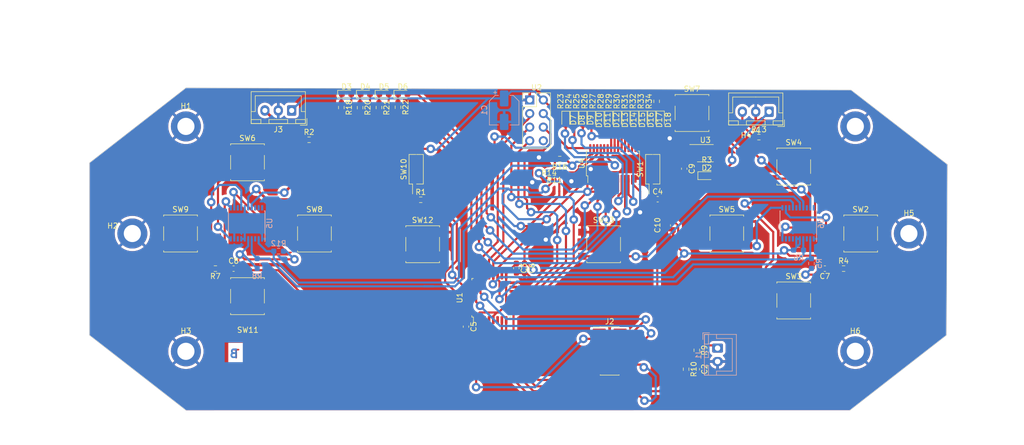
<source format=kicad_pcb>
(kicad_pcb (version 20221018) (generator pcbnew)
  (layers (0 "F.Cu" signal) (31 "B.Cu" signal) (34 "B.Paste" user) (35 "F.Paste" user) (36 "B.SilkS" user "B.Silkscreen") (37 "F.SilkS" user "F.Silkscreen") (38 "B.Mask" user) (39 "F.Mask" user) (44 "Edge.Cuts" user))
  (net 0 "")
  (net 1 "Glob_Alim")
  (net 2 "GND")
  (net 3 "POWER_CHECK")
  (net 4 "Li-ion")
  (net 5 "Net-(C7-Pad1)")
  (net 6 "Net-(C8-Pad1)")
  (net 7 "Net-(U3-BP)")
  (net 8 "Net-(D2-A)")
  (net 9 "Net-(D3-K)")
  (net 10 "Net-(D3-A)")
  (net 11 "Net-(D4-K)")
  (net 12 "Net-(D4-A)")
  (net 13 "Net-(D5-K)")
  (net 14 "Net-(D5-A)")
  (net 15 "Net-(D6-K)")
  (net 16 "Net-(D6-A)")
  (net 17 "Net-(D7-K)")
  (net 18 "Net-(D7-A)")
  (net 19 "Net-(D8-K)")
  (net 20 "Net-(D8-A)")
  (net 21 "Net-(D9-K)")
  (net 22 "Net-(D9-A)")
  (net 23 "Net-(D10-K)")
  (net 24 "Net-(D10-A)")
  (net 25 "Net-(D11-K)")
  (net 26 "Net-(D11-A)")
  (net 27 "Net-(D12-K)")
  (net 28 "Net-(D12-A)")
  (net 29 "Net-(D13-K)")
  (net 30 "Net-(D13-A)")
  (net 31 "Net-(D14-K)")
  (net 32 "Net-(D14-A)")
  (net 33 "Net-(D15-K)")
  (net 34 "Net-(D15-A)")
  (net 35 "Net-(D16-K)")
  (net 36 "Net-(D16-A)")
  (net 37 "Net-(D17-K)")
  (net 38 "Net-(D17-A)")
  (net 39 "Net-(D18-K)")
  (net 40 "Net-(D18-A)")
  (net 43 "SWDIO")
  (net 44 "SWDCK")
  (net 48 "Reset_Buton ")
  (net 49 "USART2_RX")
  (net 50 "USART2_TX")
  (net 51 "R")
  (net 52 "L")
  (net 53 "NES{slash}SNES_switcher")
  (net 54 "DIO{slash}EX_CLK")
  (net 55 "DIO{slash}EX_SDA")
  (net 56 "DIODE_OE")
  (net 57 "Net-(#FLG05-pwr)")
  (net 58 "A_Button")
  (net 59 "B_Button")
  (net 60 "X_Button")
  (net 61 "Y_Button")
  (net 62 "UC_Button")
  (net 63 "Order_Search")
  (net 64 "LC_Button")
  (net 65 "RC_Button")
  (net 66 "DC_Button")
  (net 67 "ST_Button")
  (net 68 "SE_Button")
  (net 73 "Pin_Clock")
  (net 74 "Digital_Out_Put")
  (net 75 "MOSI")
  (net 79 "RX{slash}TX")
  (net 81 "CSN_nRF24")
  (footprint "LED_SMD:LED_0603_1608Metric_Pad1.05x0.95mm_HandSolder" (layer "F.Cu") (at 167.065 70.7 -90)
    (fp_text reference "D16")
    (fp_text value "R2")
  )
  (footprint "LED_SMD:LED_0603_1608Metric_Pad1.05x0.95mm_HandSolder" (layer "F.Cu") (at 178.95 81.1)
    (fp_text reference "D2")
    (fp_text value "LED_Small")
  )
  (footprint "LED_SMD:LED_0603_1608Metric_Pad1.05x0.95mm_HandSolder" (layer "F.Cu") (at 155.815 70.725 -90)
    (fp_text reference "D9")
    (fp_text value "G7")
  )
  (footprint "Resistor_SMD:R_0603_1608Metric_Pad0.98x0.95mm_HandSolder" (layer "F.Cu") (at 178.95 79.576)
    (fp_text reference "R3")
    (fp_text value "1K")
  )
  (footprint "Button_Switch_SMD:SW_DIP_SPSTx01_Slide_Copal_CHS-01B_W7.62mm_P1.27mm" (layer "F.Cu") (at 124.69 79.9 90)
    (fp_text reference "SW10")
    (fp_text value "SW_DIP_x01")
  )
  (footprint "LED_SMD:LED_0603_1608Metric_Pad1.05x0.95mm_HandSolder" (layer "F.Cu") (at 168.665 70.7 -90)
    (fp_text reference "D17")
    (fp_text value "R3")
  )
  (footprint "Resistor_SMD:R_0603_1608Metric_Pad0.98x0.95mm_HandSolder" (layer "F.Cu") (at 168.09 67.2125 90)
    (fp_text reference "R33")
    (fp_text value "1K")
  )
  (footprint "LED_SMD:LED_0603_1608Metric_Pad1.05x0.95mm_HandSolder" (layer "F.Cu") (at 162.265 70.7 -90)
    (fp_text reference "D13")
    (fp_text value "O3")
  )
  (footprint "Resistor_SMD:R_0603_1608Metric_Pad0.98x0.95mm_HandSolder" (layer "F.Cu") (at 150.5 80.5 180)
    (fp_text reference "R11")
    (fp_text value "10K")
  )
  (footprint "LED_SMD:LED_0603_1608Metric_Pad1.05x0.95mm_HandSolder" (layer "F.Cu") (at 115.19 65.9)
    (fp_text reference "D4")
    (fp_text value "G2")
  )
  (footprint "Capacitor_SMD:C_0603_1608Metric_Pad1.08x0.95mm_HandSolder" (layer "F.Cu") (at 169.785 85.5)
    (fp_text reference "C4")
    (fp_text value "1u")
  )
  (footprint "Resistor_SMD:R_0603_1608Metric_Pad0.98x0.95mm_HandSolder" (layer "F.Cu") (at 160.59 67.2125 90)
    (fp_text reference "R28")
    (fp_text value "1K")
  )
  (footprint "MountingHole:MountingHole_3.2mm_M3_DIN965_Pad" (layer "F.Cu") (at 81.69 71.9)
    (fp_text reference "H1")
    (fp_text value "MountingHole_Pad")
  )
  (footprint "Resistor_SMD:R_0603_1608Metric_Pad0.98x0.95mm_HandSolder" (layer "F.Cu") (at 154.59 67.2125 90)
    (fp_text reference "R24")
    (fp_text value "1K")
  )
  (footprint "MountingHole:MountingHole_3.2mm_M3_DIN965_Pad" (layer "F.Cu") (at 81.69 113.9)
    (fp_text reference "H3")
    (fp_text value "MountingHole_Pad")
  )
  (footprint "Resistor_SMD:R_0603_1608Metric_Pad0.98x0.95mm_HandSolder" (layer "F.Cu") (at 156.06 67.2125 90)
    (fp_text reference "R25")
    (fp_text value "1K")
  )
  (footprint "Resistor_SMD:R_0603_1608Metric_Pad0.98x0.95mm_HandSolder" (layer "F.Cu") (at 166.59 67.2125 90)
    (fp_text reference "R32")
    (fp_text value "1K")
  )
  (footprint "Resistor_SMD:R_0603_1608Metric_Pad0.98x0.95mm_HandSolder" (layer "F.Cu") (at 87.197976 98.45 180)
    (fp_text reference "R7")
    (fp_text value "1k")
  )
  (footprint "Button_Switch_SMD:SW_SPST_B3S-1000" (layer "F.Cu") (at 93.19 78.6)
    (fp_text reference "SW6")
    (fp_text value "SW_Push")
  )
  (footprint "Button_Switch_SMD:SW_SPST_B3S-1000" (layer "F.Cu") (at 125.9 93.9)
    (fp_text reference "SW12")
    (fp_text value "SW_Push")
  )
  (footprint "Resistor_SMD:R_0603_1608Metric_Pad0.98x0.95mm_HandSolder" (layer "F.Cu") (at 149.5 82)
    (fp_text reference "R14")
    (fp_text value "10K")
  )
  (footprint "Connector_JST:JST_XH_B3B-XH-A_1x03_P2.50mm_Vertical" (layer "F.Cu") (at 190.594 69.162 180)
    (fp_text reference "J4")
    (fp_text value "Conn_01x03")
  )
  (footprint "MountingHole:MountingHole_3.2mm_M3_DIN965_Pad" (layer "F.Cu") (at 206.69 71.9)
    (fp_text reference "H4")
    (fp_text value "MountingHole_Pad")
  )
  (footprint "Resistor_SMD:R_0603_1608Metric_Pad0.98x0.95mm_HandSolder" (layer "F.Cu") (at 162.09 67.2125 90)
    (fp_text reference "R29")
    (fp_text value "1K")
  )
  (footprint "Package_QFP:LQFP-32_7x7mm_P0.8mm" (layer "F.Cu") (at 138.69 103.9 90)
    (fp_text reference "U1")
    (fp_text value "STM32L412KBTx")
  )
  (footprint "LED_SMD:LED_0603_1608Metric_Pad1.05x0.95mm_HandSolder" (layer "F.Cu") (at 154.214 70.725 -90)
    (fp_text reference "D8")
    (fp_text value "G6")
  )
  (footprint "Button_Switch_SMD:SW_SPST_B3S-1000" (layer "F.Cu") (at 176.19 69.4)
    (fp_text reference "SW7")
    (fp_text value "SW_SPST")
  )
  (footprint "Resistor_SMD:R_0603_1608Metric_Pad0.98x0.95mm_HandSolder" (layer "F.Cu") (at 175.09 117.2375 -90)
    (fp_text reference "R10")
    (fp_text value "1M")
  )
  (footprint "Button_Switch_SMD:SW_SPST_B3S-1000" (layer "F.Cu") (at 80.69 91.9)
    (fp_text reference "SW9")
    (fp_text value "SW_Push")
  )
  (footprint "Connector_JST:JST_XH_B3B-XH-A_1x03_P2.50mm_Vertical" (layer "F.Cu") (at 101.44 68.925 180)
    (fp_text reference "J3")
    (fp_text value "Conn_01x03")
  )
  (footprint "Resistor_SMD:R_0603_1608Metric_Pad0.98x0.95mm_HandSolder" (layer "F.Cu") (at 153.09 67.2125 90)
    (fp_text reference "R23")
    (fp_text value "1K")
  )
  (footprint "LED_SMD:LED_0603_1608Metric_Pad1.05x0.95mm_HandSolder" (layer "F.Cu") (at 157.415 70.725 -90)
    (fp_text reference "D10")
    (fp_text value "G8")
  )
  (footprint "LED_SMD:LED_0603_1608Metric_Pad1.05x0.95mm_HandSolder" (layer "F.Cu") (at 170.29 70.7 -90)
    (fp_text reference "D18")
    (fp_text value "R4")
  )
  (footprint "Button_Switch_SMD:SW_SPST_B3S-1000" (layer "F.Cu") (at 182.69 91.9)
    (fp_text reference "SW5")
    (fp_text value "SW_Push")
  )
  (footprint "Resistor_SMD:R_0603_1608Metric_Pad0.98x0.95mm_HandSolder" (layer "F.Cu") (at 151.5 78 180)
    (fp_text reference "R16")
    (fp_text value "10K")
  )
  (footprint "Resistor_SMD:R_0603_1608Metric_Pad0.98x0.95mm_HandSolder" (layer "F.Cu") (at 165.09 67.2125 90)
    (fp_text reference "R31")
    (fp_text value "1K")
  )
  (footprint "Resistor_SMD:R_0603_1608Metric_Pad0.98x0.95mm_HandSolder" (layer "F.Cu") (at 163.59 67.2125 90)
    (fp_text reference "R30")
    (fp_text value "1K")
  )
  (footprint "LED_SMD:LED_0603_1608Metric_Pad1.05x0.95mm_HandSolder" (layer "F.Cu") (at 165.465 70.7 -90)
    (fp_text reference "D15")
    (fp_text value "R1")
  )
  (footprint "Button_Switch_SMD:SW_SPST_B3S-1000" (layer "F.Cu") (at 159.69 93.9)
    (fp_text reference "SW13")
    (fp_text value "SW_Push")
  )
  (footprint "Resistor_SMD:R_0603_1608Metric_Pad0.98x0.95mm_HandSolder" (layer "F.Cu") (at 114.215 68.4 -90)
    (fp_text reference "R20")
    (fp_text value "1K")
  )
  (footprint "Connector_PinHeader_2.54mm:PinHeader_2x04_P2.54mm_Vertical" (layer "F.Cu") (at 145.89 66.96)
    (fp_text reference "U2")
    (fp_text value "nRF24_Full")
  )
  (footprint "Capacitor_SMD:C_0603_1608Metric_Pad1.08x0.95mm_HandSolder" (layer "F.Cu") (at 133.992 109.294 -90)
    (fp_text reference "C5")
    (fp_text value "100n")
  )
  (footprint "MountingHole:MountingHole_3.2mm_M3_DIN965_Pad" (layer "F.Cu") (at 216.69 91.9)
    (fp_text reference "H5")
    (fp_text value "MountingHole_Pad")
  )
  (footprint "LED_SMD:LED_0603_1608Metric_Pad1.05x0.95mm_HandSolder" (layer "F.Cu") (at 118.69 65.9)
    (fp_text reference "D5")
    (fp_text value "G3")
  )
  (footprint "Resistor_SMD:R_0603_1608Metric_Pad0.98x0.95mm_HandSolder" (layer "F.Cu") (at 125.54 85.6)
    (fp_text reference "R1")
    (fp_text value "1K")
  )
  (footprint "Capacitor_SMD:C_0603_1608Metric_Pad1.08x0.95mm_HandSolder" (layer "F.Cu") (at 90.597976 98.45)
    (fp_text reference "C8")
    (fp_text value "100nF")
  )
  (footprint "Button_Switch_SMD:SW_SPST_B3S-1000" (layer "F.Cu") (at 93.19 103.6)
    (fp_text reference "SW11")
    (fp_text value "SW_Push")
  )
  (footprint "Capacitor_SMD:C_0603_1608Metric_Pad1.08x0.95mm_HandSolder" (layer "F.Cu") (at 143.39 98.372 -90)
    (fp_text reference "C3")
    (fp_text value "100n")
  )
  (footprint "LED_SMD:LED_0603_1608Metric_Pad1.05x0.95mm_HandSolder" (layer "F.Cu") (at 160.65 70.7125 -90)
    (fp_text reference "D12")
    (fp_text value "O2")
  )
  (footprint "Resistor_SMD:R_0603_1608Metric_Pad0.98x0.95mm_HandSolder" (layer "F.Cu") (at 121.29 68.325 -90)
    (fp_text reference "R22")
    (fp_text value "1K")
  )
  (footprint "Capacitor_SMD:C_0603_1608Metric_Pad1.08x0.95mm_HandSolder" (layer "F.Cu") (at 144.914 98.372 -90)
    (fp_text reference "C6")
    (fp_text value "10u")
  )
  (footprint "Button_Switch_SMD:SW_SPST_B3S-1000" (layer "F.Cu") (at 195.19 79.4)
    (fp_text reference "SW4")
    (fp_text value "SW_Push")
  )
  (footprint "MountingHole:MountingHole_3.2mm_M3_DIN965_Pad" (layer "F.Cu") (at 71.69 91.9)
    (fp_text reference "H2")
    (fp_text value "MountingHole_Pad")
  )
  (footprint "LED_SMD:LED_0603_1608Metric_Pad1.05x0.95mm_HandSolder" (layer "F.Cu") (at 163.865 70.7 -90)
    (fp_text reference "D14")
    (fp_text value "O4")
  )
  (footprint "Resistor_SMD:R_0603_1608Metric_Pad0.98x0.95mm_HandSolder" (layer "F.Cu") (at 110.715 68.375 -90)
    (fp_text reference "R18")
    (fp_text value "1K")
  )
  (footprint "Resistor_SMD:R_0603_1608Metric_Pad0.98x0.95mm_HandSolder" (layer "F.Cu") (at 104.69 74.4)
    (fp_text reference "R2")
    (fp_text value "1K")
  )
  (footprint "Resistor_SMD:R_0603_1608Metric_Pad0.98x0.95mm_HandSolder" (layer "F.Cu") (at 117.74 68.375 -90)
    (fp_text reference "R21")
    (fp_text value "1K")
  )
  (footprint "LED_SMD:LED_0603_1608Metric_Pad1.05x0.95mm_HandSolder" (layer "F.Cu") (at 111.69 65.9)
    (fp_text reference "D3")
    (fp_text value "G1")
  )
  (footprint "Button_Switch_SMD:SW_DIP_SPSTx01_Slide_Copal_CHS-01B_W7.62mm_P1.27mm" (layer "F.Cu") (at 168.86 79.9 90)
    (fp_text reference "SW1")
    (fp_text value "SW_DIP_x01")
  )
  (footprint "Package_SO:MSOP-8_3x3mm_P0.65mm" (layer "F.Cu") (at 178.69 76.9)
    (fp_text reference "U3")
    (fp_text value "MIC5219-3.3YMM")
  )
  (footprint "Capacitor_SMD:C_0603_1608Metric_Pad1.08x0.95mm_HandSolder" (layer "F.Cu") (at 201.002024 98.45 180)
    (fp_text reference "C7")
    (fp_text value "100nF")
  )
  (footprint "LED_SMD:LED_0603_1608Metric_Pad1.05x0.95mm_HandSolder" (layer "F.Cu") (at 159.015 70.725 -90)
    (fp_text reference "D11")
    (fp_text value "O1")
  )
  (footprint "Resistor_SMD:R_0603_1608Metric_Pad0.98x0.95mm_HandSolder" (layer "F.Cu") (at 204.502024 98.45)
    (fp_text reference "R4")
    (fp_text value "1k")
  )
  (footprint "Capacitor_SMD:C_0603_1608Metric_Pad1.08x0.95mm_HandSolder" (layer "F.Cu") (at 177.09 117.2375 -90)
    (fp_text reference "C2")
    (fp_text value "1nF")
  )
  (footprint "Connector_PinHeader_1.27mm:PinHeader_2x07_P1.27mm_Vertical_SMD" (layer "F.Cu") (at 160.815 113.84)
    (fp_text reference "J2")
    (fp_text value "Conn_02x07_Odd_Even")
  )
  (footprint "Capacitor_SMD:C_0603_1608Metric_Pad1.08x0.95mm_HandSolder" (layer "F.Cu") (at 174.74 79.8 -90)
    (fp_text reference "C9")
    (fp_text value "470p")
  )
  (footprint "MountingHole:MountingHole_3.2mm_M3_DIN965_Pad" (layer "F.Cu") (at 206.69 113.9)
    (fp_text reference "H6")
    (fp_text value "MountingHole_Pad")
  )
  (footprint "Package_SO:TSSOP-28_4.4x9.7mm_P0.65mm" (layer "F.Cu") (at 161.424 78.814 90)
    (fp_text reference "U4")
    (fp_text value "PCA9685PW")
  )
  (footprint "LED_SMD:LED_0603_1608Metric_Pad1.05x0.95mm_HandSolder" (layer "F.Cu") (at 152.615 70.725 -90)
    (fp_text reference "D7")
    (fp_text value "G5")
  )
  (footprint "Resistor_SMD:R_0603_1608Metric_Pad0.98x0.95mm_HandSolder" (layer "F.Cu") (at 159.09 67.2125 90)
    (fp_text reference "R27")
    (fp_text value "1K")
  )
  (footprint "Button_Switch_SMD:SW_SPST_B3S-1000" (layer "F.Cu") (at 195.19 104.4)
    (fp_text reference "SW3")
    (fp_text value "SW_Push")
  )
  (footprint "Resistor_SMD:R_0603_1608Metric_Pad0.98x0.95mm_HandSolder" (layer "F.Cu") (at 177.09 113.7 -90)
    (fp_text reference "R9")
    (fp_text value "1M")
  )
  (footprint "Button_Switch_SMD:SW_SPST_B3S-1000" (layer "F.Cu") (at 105.69 91.9)
    (fp_text reference "SW8")
    (fp_text value "SW_Push")
  )
  (footprint "Resistor_SMD:R_0603_1608Metric_Pad0.98x0.95mm_HandSolder" (layer "F.Cu") (at 157.59 67.2125 90)
    (fp_text reference "R26")
    (fp_text value "1K")
  )
  (footprint "Button_Switch_SMD:SW_SPST_B3S-1000" (layer "F.Cu") (at 207.69 91.9)
    (fp_text reference "SW2")
    (fp_text value "SW_Push")
  )
  (footprint "Resistor_SMD:R_0603_1608Metric_Pad0.98x0.95mm_HandSolder" (layer "F.Cu") (at 188.69 73.9)
    (fp_text reference "R13")
    (fp_text value "1K")
  )
  (footprint "Capacitor_SMD:C_0603_1608Metric_Pad1.08x0.95mm_HandSolder" (layer "F.Cu") (at 172.685 90.3825 -90)
    (fp_text reference "C10")
    (fp_text value "100nF")
  )
  (footprint "LED_SMD:LED_0603_1608Metric_Pad1.05x0.95mm_HandSolder" (layer "F.Cu") (at 122.19 65.9)
    (fp_text reference "D6")
    (fp_text value "G4")
  )
  (footprint "Resistor_SMD:R_0603_1608Metric_Pad0.98x0.95mm_HandSolder" (layer "F.Cu") (at 169.59 67.2125 90)
    (fp_text reference "R34")
    (fp_text value "1K")
  )
  (footprint "Package_SO:SSOP-20_4.4x6.5mm_P0.65mm" (layer "B.Cu") (at 93 90 90)
    (fp_text reference "U5")
    (fp_text value "PCF8574TS")
  )
  (footprint "Resistor_SMD:R_0603_1608Metric_Pad0.98x0.95mm_HandSolder" (layer "B.Cu") (at 99 95.2 180)
    (fp_text reference "R12")
    (fp_text value "10K")
  )
  (footprint "Resistor_SMD:R_0603_1608Metric_Pad0.98x0.95mm_HandSolder" (layer "B.Cu") (at 198.5 97.5 90)
    (fp_text reference "R5")
    (fp_text value "10K")
  )
  (footprint "Connector_JST:JST_XH_B2B-XH-A_1x02_P2.50mm_Vertical" (layer "B.Cu") (at 180.965 113.3 -90)
    (fp_text reference "J1")
    (fp_text value "Conn_01x02")
  )
  (footprint "Package_SO:SSOP-20_4.4x6.5mm_P0.65mm" (layer "B.Cu") (at 196 90 90)
    (fp_text reference "U6")
    (fp_text value "PCF8574TS")
  )
  (footprint "Resistor_SMD:R_0603_1608Metric_Pad0.98x0.95mm_HandSolder" (layer "B.Cu") (at 95 97.5 90)
    (fp_text reference "R8")
    (fp_text value "10K")
  )
  (footprint "Capacitor_SMD:CP_Elec_5x5.4" (layer "B.Cu") (at 141.12 68.87 -90)
    (fp_text reference "C1")
    (fp_text value "22uF")
  )
  (footprint "Resistor_SMD:R_0603_1608Metric_Pad0.98x0.95mm_HandSolder" (layer "B.Cu") (at 196.1 95)
    (fp_text reference "R6")
    (fp_text value "10K")
  )
  (gr_line (start 81.69 124.9) (end 63.69 110.9) (stroke (width 0.1)) (layer "Edge.Cuts"))
  (gr_line (start 63.69 78.7) (end 81.69 64.7) (stroke (width 0.1)) (layer "Edge.Cuts"))
  (gr_line (start 223.89 79) (end 223.69 110.9) (stroke (width 0.1)) (layer "Edge.Cuts"))
  (gr_line (start 81.69 64.7) (end 205.89 65.1) (stroke (width 0.1)) (layer "Edge.Cuts"))
  (gr_line (start 223.69 110.9) (end 205.69 124.9) (stroke (width 0.1)) (layer "Edge.Cuts"))
  (gr_line (start 205.89 65.1) (end 223.89 79) (stroke (width 0.1)) (layer "Edge.Cuts"))
  (gr_line (start 63.69 110.9) (end 63.69 78.7) (stroke (width 0.1)) (layer "Edge.Cuts"))
  (gr_text "T" (at 90.32 115.28) (layer "F.Cu") (effects (font (size 1.5 1.5) (thickness 0.3) bold) (justify left bottom)))
  (gr_text "B" (at 91.6 115.21) (layer "B.Cu") (effects (font (size 1.5 1.5) (thickness 0.3) bold) (justify left bottom mirror)))
  (gr_text_box "AURIAC\nBIEHLER\nHUBERT\nPHETSINORATH\nMASSIN" (start 96.37 110.26) (end 114.89 123.57) (layer "F.Cu") (effects (font (size 1.5 1.5) (thickness 0.3) bold) (justify left top)) (stroke (width 0.2)))
  (segment (start 144.914 97.5095) (end 145.4295 97.5095) (width 0.4) (layer "F.Cu") (net 1))
  (segment (start 150.76 73.7) (end 150.76 71.12) (width 0.4) (layer "F.Cu") (net 1))
  (segment (start 150.76 77.8275) (end 150.5875 78) (width 0.4) (layer "F.Cu") (net 1))
  (segment (start 158.240817 84.1) (end 159.799 82.541817) (width 0.4) (layer "F.Cu") (net 1))
  (segment (start 172.685 84.9285) (end 177.493772 84.9285) (width 0.4) (layer "F.Cu") (net 1))
  (segment (start 91.460476 98.45) (end 91.460476 96.109524) (width 0.4) (layer "F.Cu") (net 1))
  (segment (start 91.460476 96.109524) (end 91.76 95.81) (width 0.4) (layer "F.Cu") (net 1))
  (segment (start 141.49 105.23) (end 140.07 106.65) (width 0.4) (layer "F.Cu") (net 1))
  (segment (start 174.185 77.225) (end 176.5775 77.225) (width 0.4) (layer "F.Cu") (net 1))
  (segment (start 156.66 82.2155) (end 157.199 81.6765) (width 0.4) (layer "F.Cu") (net 1))
  (segment (start 135.89 108.075) (end 134.3485 108.075) (width 0.4) (layer "F.Cu") (net 1))
  (segment (start 135.89 107.311827) (end 136.551827 106.65) (width 0.4) (layer "F.Cu") (net 1))
  (segment (start 149.5875 81) (end 148.5875 82) (width 0.4) (layer "F.Cu") (net 1))
  (segment (start 135.89 108.075) (end 135.89 107.311827) (width 0.4) (layer "F.Cu") (net 1))
  (segment (start 172.685 84.9285) (end 172.685 78.725) (width 0.4) (layer "F.Cu") (net 1))
  (segment (start 150.76 73.7) (end 150.76 77.8275) (width 0.4) (layer "F.Cu") (net 1))
  (segment (start 158.595 111.57) (end 158.865 111.3) (width 0.4) (layer "F.Cu") (net 1))
  (segment (start 144.914 97.5095) (end 143.39 97.5095) (width 0.4) (layer "F.Cu") (net 1))
  (segment (start 149.5875 80.5) (end 149.5875 81) (width 0.4) (layer "F.Cu") (net 1))
  (segment (start 91.76 95.82) (end 91.76 95.81) (width 0.4) (layer "F.Cu") (net 1))
  (segment (start 145.4295 97.5095) (end 146.6 98.68) (width 0.4) (layer "F.Cu") (net 1))
  (segment (start 173.61 92.79) (end 173.61 94.5) (width 0.4) (layer "F.Cu") (net 1))
  (segment (start 183.68 78.742272) (end 183.68 78.18) (width 0.4) (layer "F.Cu") (net 1))
  (segment (start 140.07 106.65) (end 139.751827 106.65) (width 0.4) (layer "F.Cu") (net 1))
  (segment (start 158.499 82.541817) (end 158.499 81.6765) (width 0.4) (layer "F.Cu") (net 1))
  (segment (start 139.751827 106.65) (end 139.09 107.311827) (width 0.4) (layer "F.Cu") (net 1))
  (segment (start 135.89 120.58) (end 135.88 120.59) (width 0.4) (layer "F.Cu") (net 1))
  (segment (start 108.5915 108.4315) (end 98.91 98.75) (width 0.4) (layer "F.Cu") (net 1))
  (segment (start 156.66 84.1) (end 156.66 82.2155) (width 0.4) (layer "F.Cu") (net 1))
  (segment (start 148.43 66.96) (end 150.76 69.29) (width 0.4) (layer "F.Cu") (net 1))
  (segment (start 157.199 75.9515) (end 153.0115 75.9515) (width 0.4) (layer "F.Cu") (net 1))
  (segment (start 173.61 94.5) (end 174.74 95.63) (width 0.4) (layer "F.Cu") (net 1))
  (segment (start 139.09 107.311827) (end 139.09 108.075) (width 0.4) (layer "F.Cu") (net 1))
  (segment (start 177.493772 84.9285) (end 183.68 78.742272) (width 0.4) (layer "F.Cu") (net 1))
  (segment (start 136.551827 106.65) (end 139.751827 106.65) (width 0.4) (layer "F.Cu") (net 1))
  (segment (start 135.89 114.82) (end 135.89 120.58) (width 0.4) (layer "F.Cu") (net 1))
  (segment (start 172.685 89.52) (end 173.61 90.445) (width 0.4) (layer "F.Cu") (net 1))
  (segment (start 124.69 76.09) (end 127.3995 76.09) (width 0.4) (layer "F.Cu") (net 1))
  (segment (start 153.0115 75.9515) (end 150.76 73.7) (width 0.4) (layer "F.Cu") (net 1))
  (segment (start 148.995 90.875) (end 149.885 90.875) (width 0.4) (layer "F.Cu") (net 1))
  (segment (start 173.61 90.445) (end 173.61 92.79) (width 0.4) (layer "F.Cu") (net 1))
  (segment (start 156.940817 84.1) (end 158.499 82.541817) (width 0.4) (layer "F.Cu") (net 1))
  (segment (start 172.685 84.9285) (end 178.0375 79.576) (width 0.4) (layer "F.Cu") (net 1))
  (segment (start 197.38 99.58) (end 199.009524 99.58) (width 0.4) (layer "F.Cu") (net 1))
  (segment (start 194.41 96.05) (end 199.59 96.05) (width 0.4) (layer "F.Cu") (net 1))
  (segment (start 127.3995 76.09) (end 127.4 76.0895) (width 0.4) (layer "F.Cu") (net 1))
  (segment (start 200.139524 96.599524) (end 200.139524 98.45) (width 0.4) (layer "F.Cu") (net 1))
  (segment (start 134.3485 108.075) (end 133.992 108.4315) (width 0.4) (layer "F.Cu") (net 1))
  (segment (start 150.76 69.29) (end 150.76 71.12) (width 0.4) (layer "F.Cu") (net 1))
  (segment (start 141.49 99.725) (end 141.49 105.23) (width 0.4) (layer "F.Cu") (net 1))
  (segment (start 155.91 111.57) (end 158.595 111.57) (width 0.4) (layer "F.Cu") (net 1))
  (segment (start 141.49 99.4095) (end 141.49 99.725) (width 0.4) (layer "F.Cu") (net 1))
  (segment (start 199.59 96.05) (end 200.139524 96.599524) (width 0.4) (layer "F.Cu") (net 1))
  (segment (start 156.66 84.1) (end 158.240817 84.1) (width 0.4) (layer "F.Cu") (net 1))
  (segment (start 199.009524 99.58) (end 200.139524 98.45) (width 0.4) (layer "F.Cu") (net 1))
  (segment (start 92.66 96.72) (end 91.76 95.82) (width 0.4) (layer "F.Cu") (net 1))
  (segment (start 147.6095 81.022) (end 147.6095 80.635804) (width 0.4) (layer "F.Cu") (net 1))
  (segment (start 144.914 94.956) (end 148.995 90.875) (width 0.4) (layer "F.Cu") (net 1))
  (segment (start 150.5875 78) (end 150.5875 79.5) (width 0.4) (layer "F.Cu") (net 1))
  (segment (start 98.91 98.75) (end 91.760476 98.75) (width 0.4) (layer "F.Cu") (net 1))
  (segment (start 133.992 108.4315) (end 108.5915 108.4315) (width 0.4) (layer "F.Cu") (net 1))
  (segment (start 144.914 97.5095) (end 144.914 94.956) (width 0.4) (layer "F.Cu") (net 1))
  (segment (start 172.685 89.52) (end 172.685 84.9285) (width 0.4) (layer "F.Cu") (net 1))
  (segment (start 150.5875 79.5) (end 149.5875 80.5) (width 0.4) (layer "F.Cu") (net 1))
  (segment (start 193.4 95.04) (end 194.41 96.05) (width 0.4) (layer "F.Cu") (net 1))
  (segment (start 135.89 108.075) (end 135.89 114.82) (width 0.4) (layer "F.Cu") (net 1))
  (segment (start 159.799 82.541817) (end 159.799 81.6765) (width 0.4) (layer "F.Cu") (net 1))
  (segment (start 172.685 78.725) (end 174.185 77.225) (width 0.4) (layer "F.Cu") (net 1))
  (segment (start 156.66 84.1) (end 156.940817 84.1) (width 0.4) (layer "F.Cu") (net 1))
  (segment (start 101.95 96.72) (end 92.66 96.72) (width 0.4) (layer "F.Cu") (net 1))
  (segment (start 91.760476 98.75) (end 91.460476 98.45) (width 0.4) (layer "F.Cu") (net 1))
  (segment (start 143.39 97.5095) (end 141.49 99.4095) (width 0.4) (layer "F.Cu") (net 1))
  (segment (start 149.885 90.875) (end 156.66 84.1) (width 0.4) (layer "F.Cu") (net 1))
  (segment (start 148.5875 82) (end 147.6095 81.022) (width 0.4) (layer "F.Cu") (net 1))
  (via (at 193.4 95.04) (size 1.6) (drill 0.8) (layers "F.Cu" "B.Cu") (net 1))
  (via (at 127.4 76.0895) (size 1.6) (drill 0.8) (layers "F.Cu" "B.Cu") (net 1))
  (via (at 183.68 78.18) (size 1.6) (drill 0.8) (layers "F.Cu" "B.Cu") (net 1))
  (via (at 101.95 96.72) (size 1.6) (drill 0.8) (layers "F.Cu" "B.Cu") (net 1))
  (via (at 147.6095 80.635804) (size 1.6) (drill 0.8) (layers "F.Cu" "B.Cu") (net 1))
  (via (at 135.88 120.59) (size 1.6) (drill 0.8) (layers "F.Cu" "B.Cu") (net 1))
  (via (at 197.38 99.58) (size 1.6) (drill 0.8) (layers "F.Cu" "B.Cu") (net 1))
  (via (at 146.6 98.68) (size 1.6) (drill 0.8) (layers "F.Cu" "B.Cu") (net 1))
  (via (at 155.91 111.57) (size 1.6) (drill 0.8) (layers "F.Cu" "B.Cu") (net 1))
  (via (at 156.66 84.1) (size 1.6) (drill 0.8) (layers "F.Cu" "B.Cu") (net 1))
  (via (at 174.74 95.63) (size 1.6) (drill 0.8) (layers "F.Cu" "B.Cu") (net 1))
  (via (at 91.76 95.81) (size 1.6) (drill 0.8) (layers "F.Cu" "B.Cu") (net 1))
  (segment (start 99.9125 95.2) (end 100.43 95.2) (width 0.4) (layer "B.Cu") (net 1))
  (segment (start 149.163696 82.19) (end 147.6095 80.635804) (width 0.4) (layer "B.Cu") (net 1))
  (segment (start 156.66 84.1) (end 153.28 84.1) (width 0.4) (layer "B.Cu") (net 1))
  (segment (start 148.43 66.96) (end 146.81 65.34) (width 0.4) (layer "B.Cu") (net 1))
  (segment (start 195.1875 95) (end 193.44 95) (width 0.4) (layer "B.Cu") (net 1))
  (segment (start 196.325 92.9) (end 196.325 93.8625) (width 0.4) (layer "B.Cu") (net 1))
  (segment (start 93.325 94.245) (end 93.325 92.9) (width 0.4) (layer "B.Cu") (net 1))
  (segment (start 195.675 92.9) (end 195.675 94.5125) (width 0.4) (layer "B.Cu") (net 1))
  (segment (start 171.12 99.25) (end 147.17 99.25) (width 0.4) (layer "B.Cu") (net 1))
  (segment (start 174.74 95.63) (end 192.81 95.63) (width 0.4) (layer "B.Cu") (net 1))
  (segment (start 174.74 95.63) (end 171.12 99.25) (width 0.4) (layer "B.Cu") (net 1))
  (segment (start 195.675 94.5125) (end 195.1875 95) (width 0.4) (layer "B.Cu") (net 1))
  (segment (start 138.15 66.67) (end 103.695 66.67) (width 0.4) (layer "B.Cu") (net 1))
  (segment (start 128.57 76.25) (end 127.5605 76.25) (width 0.4) (layer "B.Cu") (net 1))
  (segment (start 135.88 120.59) (end 146.89 120.59) (width 0.4) (layer "B.Cu") (net 1))
  (segment (start 138.15 66.67) (end 128.57 76.25) (width 0.4) (layer "B.Cu") (net 1))
  (segment (start 147.17 99.25) (end 146.6 98.68) (width 0.4) (layer "B.Cu") (net 1))
  (segment (start 103.695 66.67) (end 101.44 68.925) (width 0.4) (layer "B.Cu") (net 1))
  (segment (start 196.325 92.9) (end 195.675 92.9) (width 0.4) (layer "B.Cu") (net 1))
  (segment (start 192.81 95.63) (end 193.4 95.04) (width 0.4) (layer "B.Cu") (net 1))
  (segment (start 95 98.4125) (end 92.3975 95.81) (width 0.4) (layer "B.Cu") (net 1))
  (segment (start 153.28 84.1) (end 151.37 82.19) (width 0.4) (layer "B.Cu") (net 1))
  (segment (start 193.44 95) (end 193.4 95.04) (width 0.4) (layer "B.Cu") (net 1))
  (segment (start 127.5605 76.25) (end 127.4 76.0895) (width 0.4) (layer "B.Cu") (net 1))
  (segment (start 91.76 95.81) (end 93.325 94.245) (width 0.4) (layer "B.Cu") (net 1))
  (segment (start 183.68 76.076) (end 190.594 69.162) (width 0.4) (layer "B.Cu") (net 1))
  (segment (start 196.325 93.8625) (end 195.1875 95) (width 0.4) (layer "B.Cu") (net 1))
  (segment (start 92.3975 95.81) (end 91.76 95.81) (width 0.4) (layer "B.Cu") (net 1))
  (segment (start 183.68 78.18) (end 183.68 76.076) (width 0.4) (layer "B.Cu") (net 1))
  (segment (start 146.81 65.34) (end 142.45 65.34) (width 0.4) (layer "B.Cu") (net 1))
  (segment (start 198.5 98.4125) (end 197.38 99.5325) (width 0.4) (layer "B.Cu") (net 1))
  (segment (start 151.37 82.19) (end 149.163696 82.19) (width 0.4) (layer "B.Cu") (net 1))
  (segment (start 141.12 66.67) (end 138.15 66.67) (width 0.4) (layer "B.Cu") (net 1))
  (segment (start 197.38 99.5325) (end 197.38 99.58) (width 0.4) (layer "B.Cu") (net 1))
  (segment (start 142.45 65.34) (end 141.12 66.67) (width 0.4) (layer "B.Cu") (net 1))
  (segment (start 100.43 95.2) (end 101.95 96.72) (width 0.4) (layer "B.Cu") (net 1))
  (segment (start 146.89 120.59) (end 155.91 111.57) (width 0.4) (layer "B.Cu") (net 1))
  (segment (start 166.24 81.0855) (end 165.649 81.6765) (width 0.4) (layer "F.Cu") (net 2))
  (segment (start 159.149 79.55) (end 160.049 80.45) (width 0.4) (layer "F.Cu") (net 2))
  (segment (start 146.36 78.94) (end 147.61 77.69) (width 0.4) (layer "F.Cu") (net 2))
  (segment (start 159.149 79.55) (end 159.149 81.6765) (width 0.4) (layer "F.Cu") (net 2))
  (segment (start 160.049 80.45) (end 165.75 80.45) (width 0.4) (layer "F.Cu") (net 2))
  (segment (start 148.89 98.45) (end 148.89 93.05) (width 0.4) (layer "F.Cu") (net 2))
  (segment (start 159.149 75.9515) (end 159.799 75.9515) (width 0.4) (layer "F.Cu") (net 2))
  (segment (start 146.15 100.17) (end 147.17 100.17) (width 0.4) (layer "F.Cu") (net 2))
  (segment (start 159.149 79.511183) (end 157.849 80.811183) (width 0.4) (layer "F.Cu") (net 2))
  (segment (start 144.914 99.2345) (end 145.2145 99.2345) (width 0.4) (layer "F.Cu") (net 2))
  (segment (start 167.76 74.61) (end 168.25 74.12) (width 0.4) (layer "F.Cu") (net 2))
  (segment (start 168.25 74.12) (end 172.03 74.12) (width 0.4) (layer "F.Cu") (net 2))
  (segment (start 146.36 82.33) (end 146.36 78.94) (width 0.4) (layer "F.Cu") (net 2))
  (segment (start 147.17 100.17) (end 148.89 98.45) (width 0.4) (layer "F.Cu") (net 2))
  (segment (start 145.2145 99.2345) (end 146.15 100.17) (width 0.4) (layer "F.Cu") (net 2))
  (segment (start 165.75 80.45) (end 167.76 78.44) (width 0.4) (layer "F.Cu") (net 2))
  (segment (start 159.149 79.55) (end 157.59 79.55) (width 0.4) (layer "F.Cu") (net 2))
  (segment (start 165.75 80.45) (end 166.24 80.45) (width 0.4) (layer "F.Cu") (net 2))
  (segment (start 157.59 79.55) (end 157.28 79.86) (width 0.4) (layer "F.Cu") (net 2))
  (segment (start 166.24 80.45) (end 166.24 81.0855) (width 0.4) (layer "F.Cu") (net 2))
  (segment (start 144.914 99.2345) (end 143.39 99.2345) (width 0.4) (layer "F.Cu") (net 2))
  (segment (start 159.149 79.511183) (end 159.149 79.55) (width 0.4) (layer "F.Cu") (net 2))
  (segment (start 167.76 78.44) (end 167.76 74.61) (width 0.4) (layer "F.Cu") (net 2))
  (segment (start 157.849 80.811183) (end 157.849 81.6765) (width 0.4) (layer "F.Cu") (net 2))
  (segment (start 159.149 75.9515) (end 159.149 79.511183) (width 0.4) (layer "F.Cu") (net 2))
  (via (at 153.67 82.14) (size 1.6) (drill 0.8) (layers "F.Cu" "B.Cu") (net 2))
  (via (at 172.03 74.12) (size 1.6) (drill 0.8) (layers "F.Cu" "B.Cu") (net 2))
  (via (at 148.89 93.05) (size 1.6) (drill 0.8) (layers "F.Cu" "B.Cu") (net 2))
  (via (at 147.61 77.69) (size 1.6) (drill 0.8) (layers "F.Cu" "B.Cu") (net 2))
  (via (at 146.36 82.33) (size 1.6) (drill 0.8) (layers "F.Cu" "B.Cu") (net 2))
  (via (at 157.28 79.86) (size 1.6) (drill 0.8) (layers "F.Cu" "B.Cu") (net 2))
  (segment (start 157.28 79.86) (end 155.95 79.86) (width 0.4) (layer "B.Cu") (net 2))
  (segment (start 95.925 92.065) (end 95.925 92.9) (width 0.4) (layer "B.Cu") (net 2))
  (segment (start 90.725 92.9) (end 90.725 90) (width 0.4) (layer "B.Cu") (net 2))
  (segment (start 92.675 88.815) (end 95.925 92.065) (width 0.4) (layer "B.Cu") (net 2))
  (segment (start 92.675 92.9) (end 92.675 88.05) (width 0.4) (layer "B.Cu") (net 2))
  (segment (start 92.675 88.05) (end 92.675 87.439949) (width 0.4) (layer "B.Cu") (net 2))
  (segment (start 92.675 88.05) (end 92.675 88.815) (width 0.4) (layer "B.Cu") (net 2))
  (segment (start 155.95 79.86) (end 153.67 82.14) (width 0.4) (layer "B.Cu") (net 2))
  (segment (start 90.725 90) (end 92.675 88.05) (width 0.4) (layer "B.Cu") (net 2))
  (segment (start 177.04 116.325) (end 177.09 116.375) (width 0.4) (layer "F.Cu") (net 3))
  (segment (start 170.075 121.34) (end 175.09 116.325) (width 0.4) (layer "F.Cu") (net 3))
  (segment (start 177.09 116.375) (end 177.09 114.6125) (width 0.4) (layer "F.Cu") (net 3))
  (segment (start 140.69 115.44) (end 146.59 121.34) (width 0.4) (layer "F.Cu") (net 3))
  (segment (start 146.59 121.34) (end 170.075 121.34) (width 0.4) (layer "F.Cu") (net 3))
  (segment (start 175.09 116.325) (end 177.04 116.325) (width 0.4) (layer "F.Cu") (net 3))
  (segment (start 140.69 108.075) (end 140.69 115.44) (width 0.4) (layer "F.Cu") (net 3))
  (segment (start 177.09 112.7875) (end 180.4525 112.7875) (width 0.4) (layer "F.Cu") (net 4))
  (segment (start 168.86 83.71) (end 168.86 85.4375) (width 0.4) (layer "F.Cu") (net 4))
  (segment (start 169.71 86.2875) (end 168.9225 85.5) (width 0.4) (layer "F.Cu") (net 4))
  (segment (start 169.71 105.4075) (end 169.71 96.9575) (width 0.4) (layer "F.Cu") (net 4))
  (segment (start 169.71 96.9575) (end 169.71 86.2875) (width 0.4) (layer "F.Cu") (net 4))
  (segment (start 168.86 85.4375) (end 168.9225 85.5) (width 0.4) (layer "F.Cu") (net 4))
  (segment (start 177.09 112.7875) (end 169.71 105.4075) (width 0.4) (layer "F.Cu") (net 4))
  (segment (start 180.4525 112.7875) (end 180.965 113.3) (width 0.4) (layer "F.Cu") (net 4))
  (segment (start 203.589524 98.45) (end 201.864524 98.45) (width 0.4) (layer "F.Cu") (net 5))
  (segment (start 175.515 78.9375) (end 176.5775 77.875) (width 0.4) (layer "F.Cu") (net 7))
  (segment (start 174.74 78.9375) (end 175.515 78.9375) (width 0.4) (layer "F.Cu") (net 7))
  (segment (start 179.8625 79.576) (end 179.8625 81.0625) (width 0.4) (layer "F.Cu") (net 8))
  (segment (start 179.8625 81.0625) (end 179.825 81.1) (width 0.4) (layer "F.Cu") (net 8))
  (segment (start 110.715 67.4625) (end 110.715 66) (width 0.4) (layer "F.Cu") (net 9))
  (segment (start 110.715 66) (end 110.815 65.9) (width 0.4) (layer "F.Cu") (net 9))
  (segment (start 112.565 69.285) (end 112.565 65.9) (width 0.4) (layer "F.Cu") (net 10))
  (segment (start 134.985 91.705) (end 134.985 80.825) (width 0.4) (layer "F.Cu") (net 10))
  (segment (start 128.65 74.49) (end 117.8 74.49) (width 0.4) (layer "F.Cu") (net 10))
  (segment (start 162.399 83.971) (end 162.399 81.6765) (width 0.4) (layer "F.Cu") (net 10))
  (segment (start 134.985 80.825) (end 128.65 74.49) (width 0.4) (layer "F.Cu") (net 10))
  (segment (start 161.04 85.33) (end 162.399 83.971) (width 0.4) (layer "F.Cu") (net 10))
  (segment (start 162.07 88.29) (end 162.07 87.52) (width 0.4) (layer "F.Cu") (net 10))
  (segment (start 117.785 74.505) (end 112.565 69.285) (width 0.4) (layer "F.Cu") (net 10))
  (segment (start 136.42 94.41) (end 136.42 93.14) (width 0.4) (layer "F.Cu") (net 10))
  (segment (start 136.42 93.14) (end 134.985 91.705) (width 0.4) (layer "F.Cu") (net 10))
  (segment (start 161.04 86.49) (end 161.04 85.33) (width 0.4) (layer "F.Cu") (net 10))
  (segment (start 162.07 87.52) (end 161.04 86.49) (width 0.4) (layer "F.Cu") (net 10))
  (segment (start 117.8 74.49) (end 117.785 74.505) (width 0.4) (layer "F.Cu") (net 10))
  (via (at 136.42 94.41) (size 1.6) (drill 0.8) (layers "F.Cu" "B.Cu") (net 10))
  (via (at 162.07 88.29) (size 1.6) (drill 0.8) (layers "F.Cu" "B.Cu") (net 10))
  (segment (start 162.07 88.29) (end 162.07 90.17) (width 0.4) (layer "B.Cu") (net 10))
  (segment (start 139.4405 97.4305) (end 136.42 94.41) (width 0.4) (layer "B.Cu") (net 10))
  (segment (start 162.07 90.17) (end 154.8095 97.4305) (width 0.4) (layer "B.Cu") (net 10))
  (segment (start 154.8095 97.4305) (end 139.4405 97.4305) (width 0.4) (layer "B.Cu") (net 10))
  (segment (start 114.215 67.4875) (end 114.215 66) (width 0.4) (layer "F.Cu") (net 11))
  (segment (start 114.215 66) (end 114.315 65.9) (width 0.4) (layer "F.Cu") (net 11))
  (segment (start 129.44 73.65) (end 120.27 73.65) (width 0.4) (layer "F.Cu") (net 12))
  (segment (start 160.08 85.17) (end 161.749 83.501) (width 0.4) (layer "F.Cu") (net 12))
  (segment (start 161.749 83.501) (end 161.749 81.6765) (width 0.4) (layer "F.Cu") (net 12))
  (segment (start 136.01 80.22) (end 129.44 73.65) (width 0.4) (layer "F.Cu") (net 12))
  (segment (start 138.08 93.52) (end 136.01 91.45) (width 0.4) (layer "F.Cu") (net 12))
  (segment (start 120.27 73.65) (end 116.065 69.445) (width 0.4) (layer "F.Cu") (net 12))
  (segment (start 160.08 89.31) (end 160.08 85.17) (width 0.4) (layer "F.Cu") (net 12))
  (segment (start 136.01 91.45) (end 136.01 80.22) (width 0.4) (layer "F.Cu") (net 12))
  (segment (start 116.065 69.445) (end 116.065 65.9) (width 0.4) (layer "F.Cu") (net 12))
  (via (at 138.08 93.52) (size 1.6) (drill 0.8) (layers "F.Cu" "B.Cu") (net 12))
  (via (at 160.08 89.31) (size 1.6) (drill 0.8) (layers "F.Cu" "B.Cu") (net 12))
  (segment (start 141.15 96.59) (end 138.08 93.52) (width 0.4) (layer "B.Cu") (net 12))
  (segment (start 154.47 96.59) (end 141.15 96.59) (width 0.4) (layer "B.Cu") (net 12))
  (segment (start 160.08 90.98) (end 154.47 96.59) (width 0.4) (layer "B.Cu") (net 12))
  (segment (start 160.08 89.31) (end 160.08 90.98) (width 0.4) (layer "B.Cu") (net 12))
  (segment (start 117.74 65.975) (end 117.815 65.9) (width 0.4) (layer "F.Cu") (net 13))
  (segment (start 117.74 67.4625) (end 117.74 65.975) (width 0.4) (layer "F.Cu") (net 13))
  (segment (start 161.099 83.231) (end 161.099 81.6765) (width 0.4) (layer "F.Cu") (net 14))
  (segment (start 119.565 71.185) (end 119.565 65.9) (width 0.4) (layer "F.Cu") (net 14))
  (segment (start 158.54 85.79) (end 161.099 83.231) (width 0.4) (layer "F.Cu") (net 14))
  (segment (start 136.87 89.71) (end 136.87 79.6) (width 0.4) (layer "F.Cu") (net 14))
  (segment (start 120.98 72.6) (end 119.565 71.185) (width 0.4) (layer "F.Cu") (net 14))
  (segment (start 136.87 79.6) (end 129.87 72.6) (width 0.4) (layer "F.Cu") (net 14))
  (segment (start 129.87 72.6) (end 120.98 72.6) (width 0.4) (layer "F.Cu") (net 14))
  (segment (start 138.48 91.32) (end 136.87 89.71) (width 0.4) (layer "F.Cu") (net 14))
  (segment (start 158.54 86.89) (end 158.54 85.79) (width 0.4) (layer "F.Cu") (net 14))
  (via (at 138.48 91.32) (size 1.6) (drill 0.8) (layers "F.Cu" "B.Cu") (net 14))
  (via (at 158.54 86.89) (size 1.6) (drill 0.8) (layers "F.Cu" "B.Cu") (net 14))
  (segment (start 158.54 86.89) (end 158.54 91.19) (width 0.4) (layer "B.Cu") (net 14))
  (segment (start 142.82 95.66) (end 138.48 91.32) (width 0.4) (layer "B.Cu") (net 14))
  (segment (start 154.07 95.66) (end 142.82 95.66) (width 0.4) (layer "B.Cu") (net 14))
  (segment (start 158.54 91.19) (end 154.07 95.66) (width 0.4) (layer "B.Cu") (net 14))
  (segment (start 121.29 65.925) (end 121.315 65.9) (width 0.4) (layer "F.Cu") (net 15))
  (segment (start 121.29 67.4125) (end 121.29 65.925) (width 0.4) (layer "F.Cu") (net 15))
  (segment (start 137.84 88.07) (end 138.64 88.87) (width 0.4) (layer "F.Cu") (net 16))
  (segment (start 156.609351 86.65) (end 160.449 82.810351) (width 0.4) (layer "F.Cu") (net 16))
  (segment (start 137.84 78.71) (end 137.84 88.07) (width 0.4) (layer "F.Cu") (net 16))
  (segment (start 156.17 86.65) (end 156.609351 86.65) (width 0.4) (layer "F.Cu") (net 16))
  (segment (start 123.065 65.9) (end 125.03 65.9) (width 0.4) (layer "F.Cu") (net 16))
  (segment (start 160.449 82.810351) (end 160.449 81.6765) (width 0.4) (layer "F.Cu") (net 16))
  (segment (start 125.03 65.9) (end 137.84 78.71) (width 0.4) (layer "F.Cu") (net 16))
  (via (at 138.64 88.87) (size 1.6) (drill 0.8) (layers "F.Cu" "B.Cu") (net 16))
  (via (at 156.17 86.65) (size 1.6) (drill 0.8) (layers "F.Cu" "B.Cu") (net 16))
  (segment (start 144.66 94.89) (end 138.64 88.87) (width 0.4) (layer "B.Cu") (net 16))
  (segment (start 153.72 94.89) (end 144.66 94.89) (width 0.4) (layer "B.Cu") (net 16))
  (segment (start 156.17 92.44) (end 153.72 94.89) (width 0.4) (layer "B.Cu") (net 16))
  (segment (start 156.17 86.65) (end 156.17 92.44) (width 0.4) (layer "B.Cu") (net 16))
  (segment (start 153.09 68.125) (end 153.09 69.375) (width 0.5) (layer "F.Cu") (net 17))
  (segment (start 153.09 69.375) (end 152.615 69.85) (width 0.5) (layer "F.Cu") (net 17))
  (segment (start 152.615 71.6) (end 152.615 73.107232) (width 0.4) (layer "F.Cu") (net 18))
  (segment (start 162.4495 84.839738) (end 162.4495 85.840188) (width 0.4) (layer "F.Cu") (net 18))
  (segment (start 163.049 81.6765) (end 163.049 84.240238) (width 0.4) (layer "F.Cu") (net 18))
  (segment (start 152.615 73.107232) (end 152.47504 73.247192) (width 0.4) (layer "F.Cu") (net 18))
  (segment (start 163.049 84.240238) (end 162.4495 84.839738) (width 0.4) (layer "F.Cu") (net 18))
  (via (at 162.4495 85.840188) (size 1.6) (drill 0.8) (layers "F.Cu" "B.Cu") (net 18))
  (via (at 152.47504 73.247192) (size 1.6) (drill 0.8) (layers "F.Cu" "B.Cu") (net 18))
  (segment (start 163.24 78.85) (end 163.24 85.049688) (width 0.4) (layer "B.Cu") (net 18))
  (segment (start 162.9 86.02) (end 162.720188 85.840188) (width 0.4) (layer "B.Cu") (net 18))
  (segment (start 152.47504 73.247192) (end 152.47504 75.89504) (width 0.4) (layer "B.Cu") (net 18))
  (segment (start 162.720188 85.840188) (end 162.4495 85.840188) (width 0.4) (layer "B.Cu") (net 18))
  (segment (start 163.24 85.049688) (end 162.4495 85.840188) (width 0.4) (layer "B.Cu") (net 18))
  (segment (start 162.03 77.64) (end 163.24 78.85) (width 0.4) (layer "B.Cu") (net 18))
  (segment (start 152.47504 75.89504) (end 154.22 77.64) (width 0.4) (layer "B.Cu") (net 18))
  (segment (start 154.22 77.64) (end 162.03 77.64) (width 0.4) (layer "B.Cu") (net 18))
  (segment (start 154.59 68.125) (end 154.59 69.474) (width 0.5) (layer "F.Cu") (net 19))
  (segment (start 154.59 69.474) (end 154.214 69.85) (width 0.5) (layer "F.Cu") (net 19))
  (segment (start 154.214 74.116) (end 153.88 74.45) (width 0.4) (layer "F.Cu") (net 20))
  (segment (start 163.699 81.6765) (end 163.699 87.389) (width 0.4) (layer "F.Cu") (net 20))
  (segment (start 163.699 87.389) (end 164.05 87.74) (width 0.4) (layer "F.Cu") (net 20))
  (segment (start 154.214 71.6) (end 154.214 74.116) (width 0.4) (layer "F.Cu") (net 20))
  (via (at 153.88 74.45) (size 1.6) (drill 0.8) (layers "F.Cu" "B.Cu") (net 20))
  (via (at 164.05 87.74) (size 1.6) (drill 0.8) (layers "F.Cu" "B.Cu") (net 20))
  (segment (start 154.91 76.87) (end 162.51 76.87) (width 0.4) (layer "B.Cu") (net 20))
  (segment (start 162.51 76.87) (end 163.9705 78.3305) (width 0.4) (layer "B.Cu") (net 20))
  (segment (start 163.9705 78.3305) (end 163.9705 87.6605) (width 0.4) (layer "B.Cu") (net 20))
  (segment (start 153.88 74.45) (end 153.88 75.84) (width 0.4) (layer "B.Cu") (net 20))
  (segment (start 163.9705 87.6605) (end 164.05 87.74) (width 0.4) (layer "B.Cu") (net 20))
  (segment (start 153.88 75.84) (end 154.91 76.87) (width 0.4) (layer "B.Cu") (net 20))
  (segment (start 156.06 69.605) (end 155.815 69.85) (width 0.5) (layer "F.Cu") (net 21))
  (segment (start 156.06 68.125) (end 156.06 69.605) (width 0.5) (layer "F.Cu") (net 21))
  (segment (start 155.815 72.905) (end 155.56 73.16) (width 0.4) (layer "F.Cu") (net 22))
  (segment (start 165.22 85.511466) (end 165.22 85.96) (width 0.4) (layer "F.Cu") (net 22))
  (segment (start 164.349 84.640466) (end 165.22 85.511466) (width 0.4) (layer "F.Cu") (net 22))
  (segment (start 155.815 71.6) (end 155.815 72.905) (width 0.4) (layer "F.Cu") (net 22))
  (segment (start 164.349 81.6765) (end 164.349 84.640466) (width 0.4) (layer "F.Cu") (net 22))
  (via (at 155.56 73.16) (size 1.6) (drill 0.8) (layers "F.Cu" "B.Cu") (net 22))
  (via (at 165.22 85.96) (size 1.6) (drill 0.8) (layers "F.Cu" "B.Cu") (net 22))
  (segment (start 165.22 78.48) (end 165.22 85.96) (width 0.4) (layer "B.Cu") (net 22))
  (segment (start 155.56 73.16) (end 155.56 75.25) (width 0.4) (layer "B.Cu") (net 22))
  (segment (start 155.56 75.25) (end 156.2 75.89) (width 0.4) (layer "B.Cu") (net 22))
  (segment (start 162.63 75.89) (end 165.22 78.48) (width 0.4) (layer "B.Cu") (net 22))
  (segment (start 156.2 75.89) (end 162.63 75.89) (width 0.4) (layer "B.Cu") (net 22))
  (segment (start 157.59 69.675) (end 157.415 69.85) (width 0.5) (layer "F.Cu") (net 23))
  (segment (start 157.59 68.125) (end 157.59 69.675) (width 0.5) (layer "F.Cu") (net 23))
  (segment (start 157.415 73.695) (end 157.45 73.73) (width 0.4) (layer "F.Cu") (net 24))
  (segment (start 164.999 82.541817) (end 166.5 84.042817) (width 0.4) (layer "F.Cu") (net 24))
  (segment (start 157.415 71.6) (end 157.415 73.695) (width 0.4) (layer "F.Cu") (net 24))
  (segment (start 166.5 84.042817) (end 166.5 87.94) (width 0.4) (layer "F.Cu") (net 24))
  (segment (start 164.999 81.6765) (end 164.999 82.541817) (width 0.4) (layer "F.Cu") (net 24))
  (via (at 166.5 87.94) (size 1.6) (drill 0.8) (layers "F.Cu" "B.Cu") (net 24))
  (via (at 157.45 73.73) (size 1.6) (drill 0.8) (layers "F.Cu" "B.Cu") (net 24))
  (segment (start 166.5 78.29) (end 166.5 87.94) (width 0.4) (layer "B.Cu") (net 24))
  (segment (start 157.45 73.73) (end 161.94 73.73) (width 0.4) (layer "B.Cu") (net 24))
  (segment (start 161.94 73.73) (end 166.5 78.29) (width 0.4) (layer "B.Cu") (net 24))
  (segment (start 159.09 68.125) (end 159.09 69.775) (width 0.5) (layer "F.Cu") (net 25))
  (segment (start 159.09 69.775) (end 159.015 69.85) (width 0.5) (layer "F.Cu") (net 25))
  (segment (start 161.099 73.684) (end 161.099 75.9515) (width 0.4) (layer "F.Cu") (net 26))
  (segment (start 159.015 71.6) (end 161.099 73.684) (width 0.4) (layer "F.Cu") (net 26))
  (segment (start 160.59 69.7775) (end 160.65 69.8375) (width 0.5) (layer "F.Cu") (net 27))
  (segment (start 160.59 68.125) (end 160.59 69.7775) (width 0.5) (layer "F.Cu") (net 27))
  (segment (start 161.749 72.6865) (end 160.65 71.5875) (width 0.4) (layer "F.Cu") (net 28))
  (segment (start 161.749 75.9515) (end 161.749 72.6865) (width 0.4) (layer "F.Cu") (net 28))
  (segment (start 162.09 69.65) (end 162.265 69.825) (width 0.5) (layer "F.Cu") (net 29))
  (segment (start 162.09 68.125) (end 162.09 69.65) (width 0.5) (layer "F.Cu") (net 29))
  (segment (start 162.265 71.575) (end 162.399499 71.709499) (width 0.4) (layer "F.Cu") (net 30))
  (segment (start 162.399499 74.963501) (end 162.399 74.964) (width 0.4) (layer "F.Cu") (net 30))
  (segment (start 162.399 74.964) (end 162.399 75.9515) (width 0.4) (layer "F.Cu") (net 30))
  (segment (start 162.399499 71.709499) (end 162.399499 74.963501) (width 0.4) (layer "F.Cu") (net 30))
  (segment (start 163.59 69.55) (end 163.865 69.825) (width 0.5) (layer "F.Cu") (net 31))
  (segment (start 163.59 68.125) (end 163.59 69.55) (width 0.5) (layer "F.Cu") (net 31))
  (segment (start 163.049 75.9515) (end 163.049 72.391) (width 0.4) (layer "F.Cu") (net 32))
  (segment (start 163.049 72.391) (end 163.865 71.575) (width 0.4) (layer "F.Cu") (net 32))
  (segment (start 165.09 68.125) (end 165.09 69.45) (width 0.5) (layer "F.Cu") (net 33))
  (segment (start 165.09 69.45) (end 165.465 69.825) (width 0.5) (layer "F.Cu") (net 33))
  (segment (start 163.699 75.9515) (end 163.699 73.341) (width 0.4) (layer "F.Cu") (net 34))
  (segment (start 163.699 73.341) (end 165.465 71.575) (width 0.4) (layer "F.Cu") (net 34))
  (segment (start 166.59 68.125) (end 166.59 69.35) (width 0.5) (layer "F.Cu") (net 35))
  (segment (start 166.59 69.35) (end 167.065 69.825) (width 0.5) (layer "F.Cu") (net 35))
  (segment (start 164.349 75.9515) (end 164.349 74.291) (width 0.4) (layer "F.Cu") (net 36))
  (segment (start 164.349 74.291) (end 167.065 71.575) (width 0.4) (layer "F.Cu") (net 36))
  (segment (start 168.09 69.25) (end 168.665 69.825) (width 0.5) (layer "F.Cu") (net 37))
  (segment (start 168.09 68.125) (end 168.09 69.25) (width 0.5) (layer "F.Cu") (net 37))
  (segment (start 164.999 75.075) (end 164.999 75.611551) (width 0.4) (layer "F.Cu") (net 38))
  (segment (start 168.562272 71.575) (end 165.373272 74.764) (width 0.4) (layer "F.Cu") (net 38))
  (segment (start 165.31 74.764) (end 164.999 75.075) (width 0.4) (layer "F.Cu") (net 38))
  (segment (start 165.373272 74.764) (end 165.31 74.764) (width 0.4) (layer "F.Cu") (net 38))
  (segment (start 168.665 71.575) (end 168.562272 71.575) (width 0.4) (layer "F.Cu") (net 38))
  (segment (start 169.59 69.125) (end 170.29 69.825) (width 0.5) (layer "F.Cu") (net 39))
  (segment (start 169.59 68.125) (end 169.59 69.125) (width 0.5) (layer "F.Cu") (net 39))
  (segment (start 168.551466 72.9) (end 169.8 72.9) (width 0.4) (layer "F.Cu") (net 40))
  (segment (start 165.649 75.802466) (end 168.551466 72.9) (width 0.4) (layer "F.Cu") (net 40))
  (segment (start 170.29 72.41) (end 170.29 71.575) (width 0.4) (layer "F.Cu") (net 40))
  (segment (start 169.8 72.9) (end 170.29 72.41) (width 0.4) (layer "F.Cu") (net 40))
  (segment (start 165.649 75.9515) (end 165.649 75.802466) (width 0.4) (layer "F.Cu") (net 40))
  (segment (start 167.55 107.95) (end 164.2 111.3) (width 0.4) (layer "F.Cu") (net 43))
  (segment (start 136.69 99.725) (end 136.69 103.02) (width 0.4) (layer "F.Cu") (net 43))
  (segment (start 136.69 103.02) (end 137.39 103.72) (width 0.4) (layer "F.Cu") (net 43))
  (segment (start 164.2 111.3) (end 162.765 111.3) (width 0.4) (layer "F.Cu") (net 43))
  (via (at 137.39 103.72) (size 1.6) (drill 0.8) (layers "F.Cu" "B.Cu") (net 43))
  (via (at 167.55 107.95) (size 1.6) (drill 0.8) (layers "F.Cu" "B.Cu") (net 43))
  (segment (start 141.53 107.86) (end 137.39 103.72) (width 0.4) (layer "B.Cu") (net 43))
  (segment (start 167.46 107.86) (end 141.53 107.86) (width 0.4) (layer "B.Cu") (net 43))
  (segment (start 167.55 107.95) (end 167.46 107.86) (width 0.4) (layer "B.Cu") (net 43))
  (segment (start 168.55 110.54) (end 166.52 112.57) (width 0.4) (layer "F.Cu") (net 44))
  (segment (start 135.89 99.725) (end 135.89 104.673978) (width 0.4) (layer "F.Cu") (net 44))
  (segment (start 135.89 104.673978) (end 136.615591 105.399569) (width 0.4) (layer "F.Cu") (net 44))
  (segment (start 166.52 112.57) (end 162.765 112.57) (width 0.4) (layer "F.Cu") (net 44))
  (via (at 136.615591 105.399569) (size 1.6) (drill 0.8) (layers "F.Cu" "B.Cu") (net 44))
  (via (at 168.55 110.54) (size 1.6) (drill 0.8) (layers "F.Cu" "B.Cu") (net 44))
  (segment (start 167.17 109.16) (end 140.376022 109.16) (width 0.4) (layer "B.Cu") (net 44))
  (segment (start 168.55 110.54) (end 167.17 109.16) (width 0.4) (layer "B.Cu") (net 44))
  (segment (start 140.376022 109.16) (end 136.615591 105.399569) (width 0.4) (layer "B.Cu") (net 44))
  (segment (start 167.19 116.88) (end 166.69 116.38) (width 0.4) (layer "F.Cu") (net 48))
  (segment (start 166.69 116.38) (end 162.765 116.38) (width 0.4) (layer "F.Cu") (net 48))
  (segment (start 138.29 108.075) (end 138.29 109.42) (width 0.4) (layer "F.Cu") (net 48))
  (segment (start 138.29 109.42) (end 139.73 110.86) (width 0.4) (layer "F.Cu") (net 48))
  (segment (start 139.73 110.86) (end 139.73 116.04) (width 0.4) (layer "F.Cu") (net 48))
  (segment (start 145.98 122.29) (end 166.49 122.29) (width 0.4) (layer "F.Cu") (net 48))
  (segment (start 139.73 116.04) (end 145.98 122.29) (width 0.4) (layer "F.Cu") (net 48))
  (segment (start 166.49 122.29) (end 167.32 123.12) (width 0.4) (layer "F.Cu") (net 48))
  (via (at 167.32 123.12) (size 1.6) (drill 0.8) (layers "F.Cu" "B.Cu") (net 48))
  (via (at 167.19 116.88) (size 1.6) (drill 0.8) (layers "F.Cu" "B.Cu") (net 48))
  (segment (start 167.32 123.12) (end 168.72 123.12) (width 0.4) (layer "B.Cu") (net 48))
  (segment (start 168.72 123.12) (end 169.42 122.42) (width 0.4) (layer "B.Cu") (net 48))
  (segment (start 169.02 118.19) (end 167.71 116.88) (width 0.4) (layer "B.Cu") (net 48))
  (segment (start 167.71 116.88) (end 167.19 116.88) (width 0.4) (layer "B.Cu") (net 48))
  (segment (start 169.42 118.59) (end 169.02 118.19) (width 0.4) (layer "B.Cu") (net 48))
  (segment (start 169.42 122.42) (end 169.42 118.59) (width 0.4) (layer "B.Cu") (net 48))
  (segment (start 158.865 118.265) (end 158.865 117.65) (width 0.4) (layer "F.Cu") (net 49))
  (segment (start 147.46 119.24) (end 157.89 119.24) (width 0.4) (layer "F.Cu") (net 49))
  (segment (start 142.865 106.7) (end 142.865 114.645) (width 0.4) (layer "F.Cu") (net 49))
  (segment (start 142.865 114.645) (end 147.46 119.24) (width 0.4) (layer "F.Cu") (net 49))
  (segment (start 157.89 119.24) (end 158.865 118.265) (width 0.4) (layer "F.Cu") (net 49))
  (segment (start 147 120.43) (end 159.985 120.43) (width 0.4) (layer "F.Cu") (net 50))
  (segment (start 141.49 108.075) (end 141.49 114.92) (width 0.4) (layer "F.Cu") (net 50))
  (segment (start 141.49 114.92) (end 147 120.43) (width 0.4) (layer "F.Cu") (net 50))
  (segment (start 159.985 120.43) (end 162.765 117.65) (width 0.4) (layer "F.Cu") (net 50))
  (segment (start 103.7775 74.4) (end 103.7775 80.5625) (width 0.5) (layer "F.Cu") (net 51))
  (segment (start 103.7775 80.5625) (end 100.0795 84.2605) (width 0.5) (layer "F.Cu") (net 51))
  (segment (start 100.0795 84.2605) (end 100.07 84.2605) (width 0.5) (layer "F.Cu") (net 51))
  (segment (start 101.915 74.4) (end 103.7775 74.4) (width 0.5) (layer "F.Cu") (net 51))
  (segment (start 96.44 68.925) (end 101.915 74.4) (width 0.5) (layer "F.Cu") (net 51))
  (via (at 100.07 84.2605) (size 1.6) (drill 0.8) (layers "F.Cu" "B.Cu") (net 51))
  (segment (start 96.0895 84.2605) (end 100.07 84.2605) (width 0.4) (layer "B.Cu") (net 51))
  (segment (start 93.975 86.375) (end 96.0895 84.2605) (width 0.4) (layer "B.Cu") (net 51))
  (segment (start 93.975 87.1) (end 93.975 86.375) (width 0.4) (layer "B.Cu") (net 51))
  (segment (start 187.7775 73.9) (end 185.594 71.7165) (width 0.4) (layer "F.Cu") (net 52))
  (segment (start 185.594 71.7165) (end 185.594 69.162) (width 0.4) (layer "F.Cu") (net 52))
  (segment (start 187.7775 76.8375) (end 189.16 78.22) (width 0.4) (layer "F.Cu") (net 52))
  (segment (start 187.7775 73.9) (end 187.7775 76.8375) (width 0.4) (layer "F.Cu") (net 52))
  (via (at 189.16 78.22) (size 1.6) (drill 0.8) (layers "F.Cu" "B.Cu") (net 52))
  (segment (start 196.974501 86.034501) (end 196.975 86.035) (width 0.4) (layer "B.Cu") (net 52))
  (segment (start 196.974501 85.880968) (end 196.974501 86.034501) (width 0.4) (layer "B.Cu") (net 52))
  (segment (start 189.313533 78.22) (end 196.974501 85.880968) (width 0.4) (layer "B.Cu") (net 52))
  (segment (start 196.975 86.035) (end 196.975 87.1) (width 0.4) (layer "B.Cu") (net 52))
  (segment (start 189.16 78.22) (end 189.313533 78.22) (width 0.4) (layer "B.Cu") (net 52))
  (segment (start 126.01 88.27) (end 130.53 88.27) (width 0.4) (layer "F.Cu") (net 53))
  (segment (start 124.69 83.71) (end 124.69 85.5375) (width 0.5) (layer "F.Cu") (net 53))
  (segment (start 124.69 85.5375) (end 124.6275 85.6) (width 0.5) (layer "F.Cu") (net 53))
  (segment (start 132.28 90.02) (end 132.28 96.977344) (width 0.4) (layer "F.Cu") (net 53))
  (segment (start 130.53 88.27) (end 132.28 90.02) (width 0.4) (layer "F.Cu") (net 53))
  (segment (start 124.6275 86.8875) (end 126.01 88.27) (width 0.4) (layer "F.Cu") (net 53))
  (segment (start 130.157702 99.099642) (end 130.157702 99.139644) (width 0.4) (layer "F.Cu") (net 53))
  (segment (start 132.28 96.977344) (end 130.157702 99.099642) (width 0.4) (layer "F.Cu") (net 53))
  (segment (start 130.09 100.87) (end 132.72 103.5) (width 0.4) (layer "F.Cu") (net 53))
  (segment (start 132.72 103.5) (end 134.515 103.5) (width 0.4) (layer "F.Cu") (net 53))
  (segment (start 124.6275 85.6) (end 124.6275 86.8875) (width 0.4) (layer "F.Cu") (net 53))
  (segment (start 130.09 99.207346) (end 130.09 100.87) (width 0.4) (layer "F.Cu") (net 53))
  (segment (start 130.157702 99.139644) (end 130.09 99.207346) (width 0.4) (layer "F.Cu") (net 53))
  (segment (start 157.544351 78.040704) (end 157.32 78.040704) (width 0.4) (layer "F.Cu") (net 54))
  (segment (start 139.89 98.38) (end 149.05 89.22) (width 0.4) (layer "F.Cu") (net 54))
  (segment (start 155.73 79.630704) (end 155.73 82.54) (width 0.4) (layer "F.Cu") (net 54))
  (segment (start 139.89 100.487467) (end 140.258412 100.855879) (width 0.4) (layer "F.Cu") (net 54))
  (segment (start 150.4125 82) (end 148.84125 83.57125) (width 0.4) (layer "F.Cu") (net 54))
  (segment (start 139.89 99.725) (end 139.89 100.487467) (width 0.4) (layer "F.Cu") (net 54))
  (segment (start 158.499 75.9515) (end 158.499 77.086055) (width 0.4) (layer "F.Cu") (net 54))
  (segment (start 157.32 78.040704) (end 155.73 79.630704) (width 0.4) (layer "F.Cu") (net 54))
  (segment (start 140.258412 100.855879) (end 140.258412 104.121588) (width 0.4) (layer "F.Cu") (net 54))
  (segment (start 158.499 77.086055) (end 157.544351 78.040704) (width 0.4) (layer "F.Cu") (net 54))
  (segment (start 155.73 82.54) (end 149.05 89.22) (width 0.4) (layer "F.Cu") (net 54))
  (segment (start 139.89 99.725) (end 139.89 98.38) (width 0.4) (layer "F.Cu") (net 54))
  (segment (start 140.258412 104.121588) (end 140.24 104.14) (width 0.4) (layer "F.Cu") (net 54))
  (via (at 148.84125 83.57125) (size 1.6) (drill 0.8) (layers "F.Cu" "B.Cu") (net 54))
  (via (at 140.24 104.14) (size 1.6) (drill 0.8) (layers "F.Cu" "B.Cu") (net 54))
  (via (at 149.05 89.22) (size 1.6) (drill 0.8) (layers "F.Cu" "B.Cu") (net 54))
  (segment (start 132.67 100.121466) (end 131.731466 101.06) (width 0.4) (layer "B.Cu") (net 54))
  (segment (start 176.4 97.66) (end 196.6 97.66) (width 0.4) (layer "B.Cu") (net 54))
  (segment (start 140.1595 83.5005) (end 132.67 90.99) (width 0.4) (layer "B.Cu") (net 54))
  (segment (start 145.92 84.28) (end 148.1325 84.28) (width 0.4) (layer "B.Cu") (net 54))
  (segment (start 143.51 100.87) (end 173.19 100.87) (width 0.4) (layer "B.Cu") (net 54))
  (segment (start 196.6 97.66) (end 197.6725 96.5875) (width 0.4) (layer "B.Cu") (net 54))
  (segment (start 142.12194 83.74) (end 141.88244 83.5005) (width 0.4) (layer "B.Cu") (net 54))
  (segment (start 140.82647 86.26941) (end 140.82647 84.55647) (width 0.4) (layer "B.Cu") (net 54))
  (segment (start 96.725 95.2) (end 98.0875 95.2) (width 0.4) (layer "B.Cu") (net 54))
  (segment (start 197.6725 96.5875) (end 198.5 96.5875) (width 0.4) (layer "B.Cu") (net 54))
  (segment (start 131.731466 101.06) (end 102.64 101.06) (width 0.4) (layer "B.Cu") (net 54))
  (segment (start 141.88244 83.5005) (end 140.1595 83.5005) (width 0.4) (layer "B.Cu") (net 54))
  (segment (start 198.275 92.9) (end 198.275 96.3625) (width 0.4) (layer "B.Cu") (net 54))
  (segment (start 145.38 83.74) (end 145.92 84.28) (width 0.4) (layer "B.Cu") (net 54))
  (segment (start 140.82647 84.55647) (end 141.88244 83.5005) (width 0.4) (layer "B.Cu") (net 54))
  (segment (start 148.1325 84.28) (end 148.84125 83.57125) (width 0.4) (layer "B.Cu") (net 54))
  (segment (start 198.275 96.3625) (end 198.5 96.5875) (width 0.4) (layer "B.Cu") (net 54))
  (segment (start 95.275 93.75) (end 96.725 95.2) (width 0.4) (layer "B.Cu") (net 54))
  (segment (start 132.67 90.99) (end 132.67 100.121466) (width 0.4) (layer "B.Cu") (net 54))
  (segment (start 95.275 92.9) (end 95.275 93.75) (width 0.4) (layer "B.Cu") (net 54))
  (segment (start 143.77706 89.22) (end 140.82647 86.26941) (width 0.4) (layer "B.Cu") (net 54))
  (segment (start 173.19 100.87) (end 176.4 97.66) (width 0.4) (layer "B.Cu") (net 54))
  (segment (start 140.24 104.14) (end 143.51 100.87) (width 0.4) (layer "B.Cu") (net 54))
  (segment (start 145.38 83.74) (end 142.12194 83.74) (width 0.4) (layer "B.Cu") (net 54))
  (segment (start 98.0875 96.5075) (end 98.0875 95.2) (width 0.4) (layer "B.Cu") (net 54))
  (segment (start 102.64 101.06) (end 98.0875 96.5075) (width 0.4) (layer "B.Cu") (net 54))
  (segment (start 149.05 89.22) (end 143.77706 89.22) (width 0.4) (layer "B.Cu") (net 54))
  (segment (start 147.225 89.055) (end 151.4125 84.8675) (width 0.4) (layer "F.Cu") (net 55))
  (segment (start 156.67 77.72) (end 156.62 77.77) (width 0.4) (layer "F.Cu") (net 55))
  (segment (start 156.67 77.771466) (end 156.67 77.72) (width 0.4) (layer "F.Cu") (net 55))
  (segment (start 151.4125 84.02) (end 151.4125 80.5) (width 0.4) (layer "F.Cu") (net 55))
  (segment (start 139.09 99.725) (end 139.09 101.292077) (width 0.4) (layer "F.Cu") (net 55))
  (segment (start 139.09 97.19) (end 147.225 89.055) (width 0.4) (layer "F.Cu") (net 55))
  (segment (start 156.67 77.72) (end 157.251 77.139) (width 0.4) (layer "F.Cu") (net 55))
  (segment (start 139.09 101.292077) (end 139.008774 101.373303) (width 0.4) (layer "F.Cu") (net 55))
  (segment (start 155.080499 79.360967) (end 156.67 77.771466) (width 0.4) (layer "F.Cu") (net 55))
  (segment (start 155.080499 79.800967) (end 155.080499 79.360967) (width 0.4) (layer "F.Cu") (net 55))
  (segment (start 157.251 77.139) (end 157.526817 77.139) (width 0.4) (layer "F.Cu") (net 55))
  (segment (start 139.09 99.725) (end 139.09 97.19) (width 0.4) (layer "F.Cu") (net 55))
  (segment (start 151.4125 80.5) (end 154.381466 80.5) (width 0.4) (layer "F.Cu") (net 55))
  (segment (start 157.849 76.816817) (end 157.849 75.9515) (width 0.4) (layer "F.Cu") (net 55))
  (segment (start 151.4125 84.8675) (end 151.4125 84.02) (width 0.4) (layer "F.Cu") (net 55))
  (segment (start 157.526817 77.139) (end 157.849 76.816817) (width 0.4) (layer "F.Cu") (net 55))
  (segment (start 147.225 89.055) (end 145.77 90.51) (width 0.4) (layer "F.Cu") (net 55))
  (segment (start 145.77 90.51) (end 144.23 90.51) (width 0.4) (layer "F.Cu") (net 55))
  (segment (start 154.381466 80.5) (end 155.080499 79.800967) (width 0.4) (layer "F.Cu") (net 55))
  (via (at 139.008774 101.373303) (size 1.6) (drill 0.8) (layers "F.Cu" "B.Cu") (net 55))
  (via (at 144.23 90.51) (size 1.6) (drill 0.8) (layers "F.Cu" "B.Cu") (net 55))
  (segment (start 95 96.5875) (end 97.2875 96.5875) (width 0.4) (layer "B.Cu") (net 55))
  (segment (start 196.975 95.0625) (end 197 95.0875) (width 0.4) (layer "B.Cu") (net 55))
  (segment (start 139.008774 101.373303) (end 140.332077 100.05) (width 0.4) (layer "B.Cu") (net 55))
  (segment (start 139.19 86.67) (end 143.03 90.51) (width 0.4) (layer "B.Cu") (net 55))
  (segment (start 133.57 100.14) (end 133.57 91.48) (width 0.4) (layer "B.Cu") (net 55))
  (segment (start 102.45 101.76) (end 126.16 101.76) (width 0.4) (layer "B.Cu") (net 55))
  (segment (start 97.437999 96.737999) (end 97.437999 96.776533) (width 0.4) (layer "B.Cu") (net 55))
  (segment (start 138.38 86.67) (end 139.19 86.67) (width 0.4) (layer "B.Cu") (net 55))
  (segment (start 196.975 94.9625) (end 196.975 92.9) (width 0.4) (layer "B.Cu") (net 55))
  (segment (start 126.16 101.76) (end 131.95 101.76) (width 0.4) (layer "B.Cu") (net 55))
  (segment (start 126.16 101.76) (end 127.93 101.76) (width 0.4) (layer "B.Cu") (net 55))
  (segment (start 197.0125 95.7875) (end 197.0125 95) (width 0.4) (layer "B.Cu") (net 55))
  (segment (start 133.57 91.48) (end 138.38 86.67) (width 0.4) (layer "B.Cu") (net 55))
  (segment (start 196.06 96.74) (end 197.0125 95.7875) (width 0.4) (layer "B.Cu") (net 55))
  (segment (start 197.0125 95) (end 196.975 94.9625) (width 0.4) (layer "B.Cu") (net 55))
  (segment (start 102.399501 101.709501) (end 102.45 101.76) (width 0.4) (layer "B.Cu") (net 55))
  (segment (start 175.99 96.74) (end 196.06 96.74) (width 0.4) (layer "B.Cu") (net 55))
  (segment (start 97.437999 96.776533) (end 102.370968 101.709501) (width 0.4) (layer "B.Cu") (net 55))
  (segment (start 143.03 90.51) (end 144.23 90.51) (width 0.4) (layer "B.Cu") (net 55))
  (segment (start 93.975 92.9) (end 93.975 95.5625) (width 0.4) (layer "B.Cu") (net 55))
  (segment (start 97.2875 96.5875) (end 97.437999 96.737999) (width 0.4) (layer "B.Cu") (net 55))
  (segment (start 131.95 101.76) (end 133.57 100.14) (width 0.4) (layer "B.Cu") (net 55))
  (segment (start 102.370968 101.709501) (end 102.399501 101.709501) (width 0.4) (layer "B.Cu") (net 55))
  (segment (start 172.68 100.05) (end 175.99 96.74) (width 0.4) (layer "B.Cu") (net 55))
  (segment (start 93.975 95.5625) (end 95 96.5875) (width 0.4) (layer "B.Cu") (net 55))
  (segment (start 140.332077 100.05) (end 172.68 100.05) (width 0.4) (layer "B.Cu") (net 55))
  (segment (start 152.589674 78) (end 153.836246 79.246572) (width 0.4) (layer "F.Cu") (net 56))
  (segment (start 152.4125 78) (end 152.589674 78) (width 0.4) (layer "F.Cu") (net 56))
  (segment (start 160.449 75.9515) (end 160.449 77.829) (width 0.4) (layer "F.Cu") (net 56))
  (segment (start 133.69 101.9) (end 131.407202 99.617202) (width 0.4) (layer "F.Cu") (net 56))
  (segment (start 134.515 101.9) (end 133.69 101.9) (width 0.4) (layer "F.Cu") (net 56))
  (segment (start 160.449 77.829) (end 161.78 79.16) (width 0.4) (layer "F.Cu") (net 56))
  (via (at 131.407202 99.617202) (size 1.6) (drill 0.8) (layers "F.Cu" "B.Cu") (net 56))
  (via (at 161.78 79.16) (size 1.6) (drill 0.8) (layers "F.Cu" "B.Cu") (net 56))
  (via (at 153.836246 79.246572) (size 1.6) (drill 0.8) (layers "F.Cu" "B.Cu") (net 56))
  (segment (start 154.572818 78.51) (end 153.836246 79.246572) (width 0.4) (layer "B.Cu") (net 56))
  (segment (start 161.78 79.16) (end 161.13 78.51) (width 0.4) (layer "B.Cu") (net 56))
  (segment (start 131.487202 99.537202) (end 131.487202 90.432798) (width 0.4) (layer "B.Cu") (net 56))
  (segment (start 131.487202 90.432798) (end 142.673428 79.246572) (width 0.4) (layer "B.Cu") (net 56))
  (segment (start 131.407202 99.617202) (end 131.487202 99.537202) (width 0.4) (layer "B.Cu") (net 56))
  (segment (start 142.673428 79.246572) (end 153.836246 79.246572) (width 0.4) (layer "B.Cu") (net 56))
  (segment (start 161.13 78.51) (end 154.572818 78.51) (width 0.4) (layer "B.Cu") (net 56))
  (segment (start 169.345 76.575) (end 168.86 76.09) (width 0.4) (layer "F.Cu") (net 57))
  (segment (start 176.5775 76.575) (end 169.345 76.575) (width 0.4) (layer "F.Cu") (net 57))
  (segment (start 211.665 94.15) (end 203.715 94.15) (width 0.4) (layer "F.Cu") (net 58))
  (segment (start 203.715 94.15) (end 201.21 91.645) (width 0.4) (layer "F.Cu") (net 58))
  (segment (start 201.21 91.645) (end 201.21 88.9) (width 0.4) (layer "F.Cu") (net 58))
  (via (at 201.21 88.9) (size 1.6) (drill 0.8) (layers "F.Cu" "B.Cu") (net 58))
  (segment (start 194.575 88.9) (end 201.21 88.9) (width 0.4) (layer "B.Cu") (net 58))
  (segment (start 193.725 88.05) (end 194.575 88.9) (width 0.4) (layer "B.Cu") (net 58))
  (segment (start 193.725 87.1) (end 193.725 88.05) (width 0.4) (layer "B.Cu") (net 58))
  (segment (start 191.36 96.81) (end 191.36 91.61) (width 0.4) (layer "F.Cu") (net 59))
  (segment (start 191.36 91.61) (end 186.04 86.29) (width 0.4) (layer "F.Cu") (net 59))
  (segment (start 191.215 106.65) (end 199.165 106.65) (width 0.4) (layer "F.Cu") (net 59))
  (segment (start 189.99 105.425) (end 189.99 98.18) (width 0.4) (layer "F.Cu") (net 59))
  (segment (start 191.215 106.65) (end 189.99 105.425) (width 0.4) (layer "F.Cu") (net 59))
  (segment (start 189.99 98.18) (end 191.36 96.81) (width 0.4) (layer "F.Cu") (net 59))
  (via (at 186.04 86.29) (size 1.6) (drill 0.8) (layers "F.Cu" "B.Cu") (net 59))
  (segment (start 186.87 86.29) (end 187.49 85.67) (width 0.4) (layer "B.Cu") (net 59))
  (segment (start 186.04 86.29) (end 186.87 86.29) (width 0.4) (layer "B.Cu") (net 59))
  (segment (start 187.49 85.67) (end 194.545 85.67) (width 0.4) (layer "B.Cu") (net 59))
  (segment (start 194.545 85.67) (end 195.025 86.15) (width 0.4) (layer "B.Cu") (net 59))
  (segment (start 195.025 86.15) (end 195.025 87.1) (width 0.4) (layer "B.Cu") (net 59))
  (segment (start 193.79 90.79) (end 193.63 90.63) (width 0.4) (layer "F.Cu") (net 60))
  (segment (start 198.32 90.79) (end 193.79 90.79) (width 0.4) (layer "F.Cu") (net 60))
  (segment (start 199.165 81.65) (end 199.165 89.945) (width 0.4) (layer "F.Cu") (net 60))
  (segment (start 199.165 89.945) (end 198.32 90.79) (width 0.4) (layer "F.Cu") (net 60))
  (segment (start 199.165 81.65) (end 191.215 81.65) (width 0.4) (layer "F.Cu") (net 60))
  (via (at 193.63 90.63) (size 1.6) (drill 0.8) (layers "F.Cu" "B.Cu") (net 60))
  (segment (start 193.63 90.63) (end 193.075 91.185) (width 0.4) (layer "B.Cu") (net 60))
  (segment (start 193.075 91.185) (end 193.075 92.9) (width 0.4) (layer "B.Cu") (net 60))
  (segment (start 186.665 94.15) (end 178.715 94.15) (width 0.4) (layer "F.Cu") (net 61))
  (segment (start 188.2 94.15) (end 188.29 94.24) (width 0.4) (layer "F.Cu") (net 61))
  (segment (start 186.665 94.15) (end 188.2 94.15) (width 0.4) (layer "F.Cu") (net 61))
  (via (at 188.29 94.24) (size 1.6) (drill 0.8) (layers "F.Cu" "B.Cu") (net 61))
  (segment (start 188.29 89.72) (end 190.74 87.27) (width 0.4) (layer "B.Cu") (net 61))
  (segment (start 190.91 87.1) (end 193.075 87.1) (width 0.4) (layer "B.Cu") (net 61))
  (segment (start 188.29 94.24) (end 188.29 89.72) (width 0.4) (layer "B.Cu") (net 61))
  (segment (start 190.74 87.27) (end 190.91 87.1) (width 0.4) (layer "B.Cu") (net 61))
  (segment (start 88.5275 81.5375) (end 87.908463 82.156537) (width 0.5) (layer "F.Cu") (net 62))
  (segment (start 87.68 82.385) (end 88.5275 81.5375) (width 0.4) (layer "F.Cu") (net 62))
  (segment (start 97.165 80.85) (end 89.215 80.85) (width 0.5) (layer "F.Cu") (net 62))
  (segment (start 87.68 90.64) (end 87.68 82.385) (width 0.4) (layer "F.Cu") (net 62))
  (segment (start 89.215 80.85) (end 88.5275 81.5375) (width 0.5) (layer "F.Cu") (net 62))
  (via (at 87.68 90.64) (size 1.6) (drill 0.8) (layers "F.Cu" "B.Cu") (net 62))
  (segment (start 90.075 92.9) (end 89.94 92.9) (width 0.4) (layer "B.Cu") (net 62))
  (segment (start 89.94 92.9) (end 87.68 90.64) (width 0.4) (layer "B.Cu") (net 62))
  (segment (start 196.34 83.39) (end 196.6 83.65) (width 0.4) (layer "F.Cu") (net 63))
  (segment (start 185.99 83.39) (end 185.99 83.35) (width 0.4) (layer "F.Cu") (net 63))
  (segment (start 185.99 83.39) (end 196.34 83.39) (width 0.4) (layer "F.Cu") (net 63))
  (segment (start 185.99 83.35) (end 185.49 82.85) (width 0.4) (layer "F.Cu") (net 63))
  (segment (start 180.165 71.65) (end 185.49 76.975) (width 0.4) (layer "F.Cu") (net 63))
  (segment (start 172.215 71.65) (end 180.165 71.65) (width 0.4) (layer "F.Cu") (net 63))
  (segment (start 185.49 76.975) (end 185.49 82.85) (width 0.4) (layer "F.Cu") (net 63))
  (via (at 196.6 83.65) (size 1.6) (drill 0.8) (layers "F.Cu" "B.Cu") (net 63))
  (segment (start 198.275 87.1) (end 198.275 85.325) (width 0.4) (layer "B.Cu") (net 63))
  (segment (start 198.275 85.325) (end 196.6 83.65) (width 0.4) (layer "B.Cu") (net 63))
  (segment (start 101.715 94.15) (end 100.57 94.15) (width 0.4) (layer "F.Cu") (net 64))
  (segment (start 109.665 94.15) (end 101.715 94.15) (width 0.4) (layer "F.Cu") (net 64))
  (segment (start 100.57 94.15) (end 90.58 84.16) (width 0.4) (layer "F.Cu") (net 64))
  (via (at 90.58 84.16) (size 1.6) (drill 0.8) (layers "F.Cu" "B.Cu") (net 64))
  (segment (start 90.725 87.1) (end 90.725 84.305) (width 0.4) (layer "B.Cu") (net 64))
  (segment (start 90.725 84.305) (end 90.58 84.16) (width 0.4) (layer "B.Cu") (net 64))
  (segment (start 76.715 94.15) (end 84.665 94.15) (width 0.4) (layer "F.Cu") (net 65))
  (segment (start 86.41 86.04) (end 86.41 92.405) (width 0.4) (layer "F.Cu") (net 65))
  (segment (start 86.41 92.405) (end 84.665 94.15) (width 0.4) (layer "F.Cu") (net 65))
  (via (at 86.41 86.04) (size 1.6) (drill 0.8) (layers "F.Cu" "B.Cu") (net 65))
  (segment (start 92.04 83.85) (end 92.04 84.79) (width 0.4) (layer "B.Cu") (net 65))
  (segment (start 87.94 82.83) (end 91.02 82.83) (width 0.4) (layer "B.Cu") (net 65))
  (segment (start 91.02 82.83) (end 92.04 83.85) (width 0.4) (layer "B.Cu") (net 65))
  (segment (start 92.04 84.79) (end 92.025 84.805) (width 0.4) (layer "B.Cu") (net 65))
  (segment (start 92.025 84.805) (end 92.025 87.1) (width 0.4) (layer "B.Cu") (net 65))
  (segment (start 86.52 85.93) (end 86.52 84.25) (width 0.4) (layer "B.Cu") (net 65))
  (segment (start 86.52 84.25) (end 87.94 82.83) (width 0.4) (layer "B.Cu") (net 65))
  (segment (start 86.41 86.04) (end 86.52 85.93) (width 0.4) (layer "B.Cu") (net 65))
  (segment (start 89.215 105.85) (end 88.15 105.85) (width 0.4) (layer "F.Cu") (net 66))
  (segment (start 85.01 102.71) (end 85.01 97.53) (width 0.4) (layer "F.Cu") (net 66))
  (segment (start 89.215 105.85) (end 97.165 105.85) (width 0.4) (layer "F.Cu") (net 66))
  (segment (start 88.94 86.133444) (end 89.157963 85.915481) (width 0.4) (layer "F.Cu") (net 66))
  (segment (start 88.15 105.85) (end 85.01 102.71) (width 0.4) (layer "F.Cu") (net 66))
  (segment (start 88.94 93.6) (end 88.94 86.133444) (width 0.4) (layer "F.Cu") (net 66))
  (segment (start 85.01 97.53) (end 88.94 93.6) (width 0.4) (layer "F.Cu") (net 66))
  (via (at 89.157963 85.915481) (size 1.6) (drill 0.8) (layers "F.Cu" "B.Cu") (net 66))
  (segment (start 90.075 87.1) (end 89.157963 86.182963) (width 0.4) (layer "B.Cu") (net 66))
  (segment (start 89.157963 86.182963) (end 89.157963 85.915481) (width 0.4) (layer "B.Cu") (net 66))
  (segment (start 121.925 96.15) (end 111.335 85.56) (width 0.5) (layer "F.Cu") (net 67))
  (segment (start 129.875 96.15) (end 121.925 96.15) (width 0.5) (layer "F.Cu") (net 67))
  (segment (start 111.335 85.56) (end 96.80263 85.56) (width 0.5) (layer "F.Cu") (net 67))
  (segment (start 96.80263 85.56) (end 94.825285 83.582655) (width 0.5) (layer "F.Cu") (net 67))
  (via (at 94.825285 83.582655) (size 1.6) (drill 0.8) (layers "F.Cu" "B.Cu") (net 67))
  (segment (start 93.325 87.1) (end 93.325 85.08294) (width 0.4) (layer "B.Cu") (net 67))
  (segment (start 93.325 85.08294) (end 94.825285 83.582655) (width 0.4) (layer "B.Cu") (net 67))
  (segment (start 163.665 96.15) (end 165.65 96.15) (width 0.4) (layer "F.Cu") (net 68))
  (segment (start 165.65 96.15) (end 165.69 96.19) (width 0.4) (layer "F.Cu") (net 68))
  (segment (start 155.715 96.15) (end 163.665 96.15) (width 0.4) (layer "F.Cu") (net 68))
  (via (at 165.69 96.19) (size 1.6) (drill 0.8) (layers "F.Cu" "B.Cu") (net 68))
  (segment (start 167.93 96.19) (end 179.1 85.02) (width 0.4) (layer "B.Cu") (net 68))
  (segment (start 179.1 85.02) (end 195.195 85.02) (width 0.4) (layer "B.Cu") (net 68))
  (segment (start 196.325 86.15) (end 196.325 87.15) (width 0.4) (layer "B.Cu") (net 68))
  (segment (start 195.195 85.02) (end 196.325 86.15) (width 0.4) (layer "B.Cu") (net 68))
  (segment (start 165.69 96.19) (end 167.93 96.19) (width 0.4) (layer "B.Cu") (net 68))
  (segment (start 146.06 105.1) (end 154.11 97.05) (width 0.4) (layer "F.Cu") (net 73))
  (segment (start 142.865 105.1) (end 146.06 105.1) (width 0.4) (layer "F.Cu") (net 73))
  (segment (start 154.11 97.05) (end 154.11 89.29) (width 0.4) (layer "F.Cu") (net 73))
  (segment (start 142.46 75.47) (end 145.89 72.04) (width 0.4) (layer "F.Cu") (net 73))
  (segment (start 142.46 85.1) (end 142.46 75.47) (width 0.4) (layer "F.Cu") (net 73))
  (via (at 142.46 85.1) (size 1.6) (drill 0.8) (layers "F.Cu" "B.Cu") (net 73))
  (via (at 154.11 89.29) (size 1.6) (drill 0.8) (layers "F.Cu" "B.Cu") (net 73))
  (segment (start 154.11 89.29) (end 154.11 85.79) (width 0.4) (layer "B.Cu") (net 73))
  (segment (start 153.42 85.1) (end 142.46 85.1) (width 0.4) (layer "B.Cu") (net 73))
  (segment (start 154.11 85.79) (end 153.42 85.1) (width 0.4) (layer "B.Cu") (net 73))
  (segment (start 143.78 76.69) (end 145.89 74.58) (width 0.4) (layer "F.Cu") (net 74))
  (segment (start 145.54 104.3) (end 152.66 97.18) (width 0.4) (layer "F.Cu") (net 74))
  (segment (start 142.865 104.3) (end 145.54 104.3) (width 0.4) (layer "F.Cu") (net 74))
  (segment (start 143.78 86.19) (end 143.78 76.69) (width 0.4) (layer "F.Cu") (net 74))
  (segment (start 152.66 97.18) (end 152.66 91.42) (width 0.4) (layer "F.Cu") (net 74))
  (segment (start 143.96 86.37) (end 143.78 86.19) (width 0.4) (layer "F.Cu") (net 74))
  (via (at 143.96 86.37) (size 1.6) (drill 0.8) (layers "F.Cu" "B.Cu") (net 74))
  (via (at 152.66 91.42) (size 1.6) (drill 0.8) (layers "F.Cu" "B.Cu") (net 74))
  (segment (start 152.66 87.52) (end 151.51 86.37) (width 0.4) (layer "B.Cu") (net 74))
  (segment (start 151.51 86.37) (end 143.96 86.37) (width 0.4) (layer "B.Cu") (net 74))
  (segment (start 152.66 91.42) (end 152.66 87.52) (width 0.4) (layer "B.Cu") (net 74))
  (segment (start 149.73 73.34) (end 148.43 72.04) (width 0.4) (layer "F.Cu") (net 75))
  (segment (start 145.770761 76.369239) (end 144.92 77.22) (width 0.4) (layer "F.Cu") (net 75))
  (segment (start 145.13 103.5) (end 151.02 97.61) (width 0.4) (layer "F.Cu") (net 75))
  (segment (start 142.865 103.5) (end 145.13 103.5) (width 0.4) (layer "F.Cu") (net 75))
  (segment (start 144.92 85.21) (end 145.39 85.68) (width 0.4) (layer "F.Cu") (net 75))
  (segment (start 146.14 87.908555) (end 145.39 87.158555) (width 0.4) (layer "F.Cu") (net 75))
  (segment (start 151.02 97.61) (end 151.02 93.12) (width 0.4) (layer "F.Cu") (net 75))
  (segment (start 144.92 77.22) (end 144.92 85.21) (width 0.4) (layer "F.Cu") (net 75))
  (segment (start 148.479239 76.369239) (end 145.770761 76.369239) (width 0.4) (layer "F.Cu") (net 75))
  (segment (start 145.39 87.158555) (end 145.39 85.68) (width 0.4) (layer "F.Cu") (net 75))
  (segment (start 149.73 75.118478) (end 149.73 73.34) (width 0.4) (layer "F.Cu") (net 75))
  (segment (start 148.479239 76.369239) (end 149.73 75.118478) (width 0.4) (layer "F.Cu") (net 75))
  (via (at 146.14 87.908555) (size 1.6) (drill 0.8) (layers "F.Cu" "B.Cu") (net 75))
  (via (at 151.02 93.12) (size 1.6) (drill 0.8) (layers "F.Cu" "B.Cu") (net 75))
  (segment (start 151.02 93.12) (end 151.02 88.57) (width 0.4) (layer "B.Cu") (net 75))
  (segment (start 150.358555 87.908555) (end 146.14 87.908555) (width 0.4) (layer "B.Cu") (net 75))
  (segment (start 151.02 88.57) (end 150.358555 87.908555) (width 0.4) (layer "B.Cu") (net 75))
  (segment (start 140.965 94.115) (end 138.29 96.79) (width 0.4) (layer "F.Cu") (net 79))
  (segment (start 145.89 70.26) (end 145.89 69.5) (width 0.4) (layer "F.Cu") (net 79))
  (segment (start 140.965 75.185) (end 140.965 94.115) (width 0.4) (layer "F.Cu") (net 79))
  (segment (start 144.59 71.501522) (end 145.351522 70.74) (width 0.4) (layer "F.Cu") (net 79))
  (segment (start 145.41 70.74) (end 145.89 70.26) (width 0.4) (layer "F.Cu") (net 79))
  (segment (start 145.351522 70.74) (end 145.41 70.74) (width 0.4) (layer "F.Cu") (net 79))
  (segment (start 138.29 99.725) (end 138.29 96.79) (width 0.4) (layer "F.Cu") (net 79))
  (segment (start 144.59 71.56) (end 144.59 71.501522) (width 0.4) (layer "F.Cu") (net 79))
  (segment (start 140.965 75.185) (end 144.59 71.56) (width 0.4) (layer "F.Cu") (net 79))
  (segment (start 139.92 75.8) (end 139.92 93.45) (width 0.4) (layer "F.Cu") (net 81))
  (segment (start 139.32 75.2) (end 139.92 75.8) (width 0.4) (layer "F.Cu") (net 81))
  (segment (start 134.515 98.855) (end 134.515 101.1) (width 0.4) (layer "F.Cu") (net 81))
  (segment (start 139.92 93.45) (end 134.515 98.855) (width 0.4) (layer "F.Cu") (net 81))
  (segment (start 139.32 73.8) (end 139.32 75.2) (width 0.4) (layer "F.Cu") (net 81))
  (via (at 139.32 73.8) (size 1.6) (drill 0.8) (layers "F.Cu" "B.Cu") (net 81))
  (segment (start 143.259949 75.88) (end 148.968478 75.88) (width 0.4) (layer "B.Cu") (net 81))
  (segment (start 149.73 70.8) (end 148.43 69.5) (width 0.4) (layer "B.Cu") (net 81))
  (segment (start 149.73 75.118478) (end 149.73 70.8) (width 0.4) (layer "B.Cu") (net 81))
  (segment (start 141.179949 73.8) (end 143.259949 75.88) (width 0.4) (layer "B.Cu") (net 81))
  (segment (start 139.32 73.8) (end 141.179949 73.8) (width 0.4) (layer "B.Cu") (net 81))
  (segment (start 148.968478 75.88) (end 149.73 75.118478) (width 0.4) (layer "B.Cu") (net 81))
  (zone (net 2) (net_name "GND") (layers "F&B.Cu") (connect_pads (clearance 0.5)) (min_thickness 0.25) (fill yes (thermal_gap 0.5) (thermal_bridge_width 0.5))
    (polygon (pts (xy 63.7 110.9) (xy 63.71 78.69) (xy 81.73 64.71) (xy 205.92 65.1) (xy 223.9 79.02) (xy 223.7 110.89) (xy 205.7 124.88) (xy 81.68 124.89) (xy 63.7 110.91)))
  )
  (zone (net 2) (net_name "GND") (layer "B.Cu") (priority 1) (connect_pads (clearance 0.5)) (min_thickness 0.25) (fill yes (thermal_gap 0.5) (thermal_bridge_width 0.5))
    (polygon (pts (xy 205.92 65.1) (xy 81.73 64.71) (xy 63.71 78.69) (xy 63.7 110.9) (xy 81.68 124.89) (xy 205.7 124.88) (xy 223.7 110.89) (xy 223.9 79.02)))
  )
)
</source>
